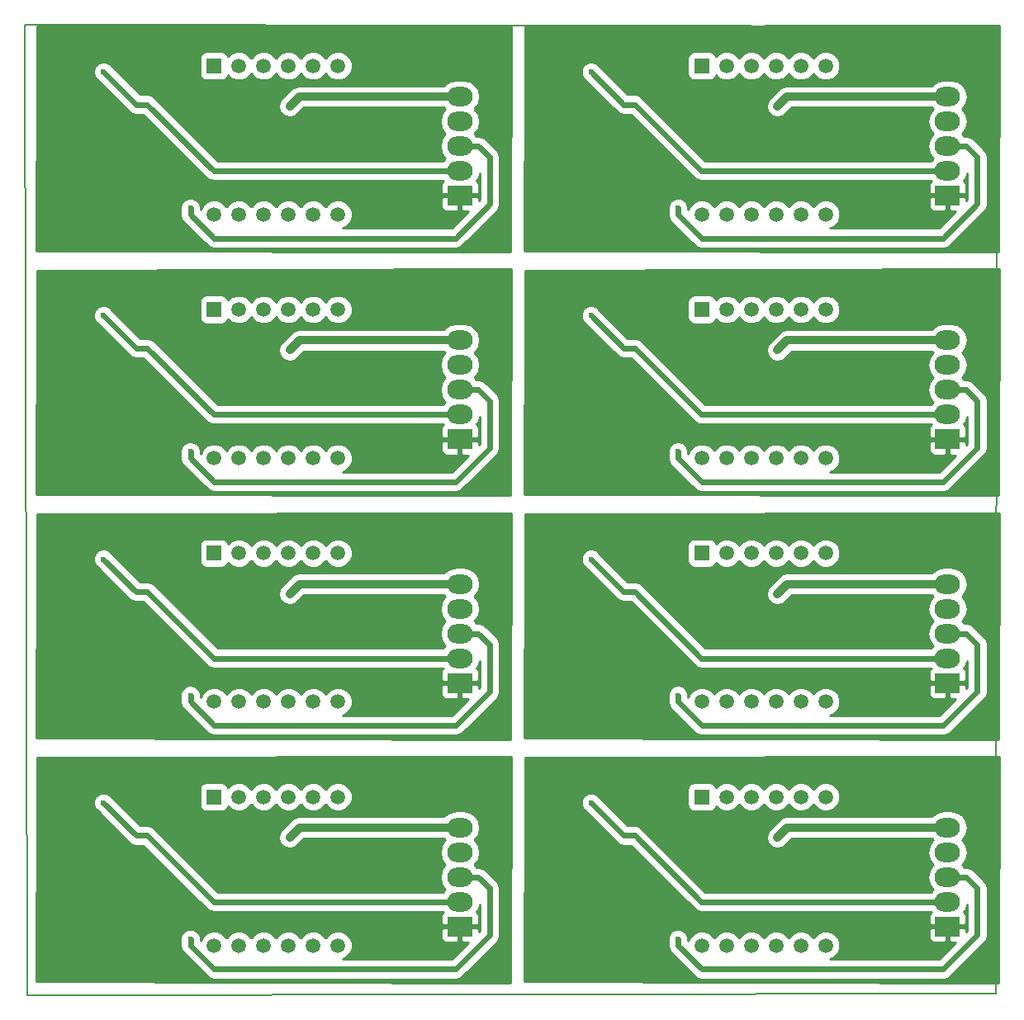
<source format=gbr>
G04 #@! TF.FileFunction,Copper,L2,Bot,Signal*
%FSLAX46Y46*%
G04 Gerber Fmt 4.6, Leading zero omitted, Abs format (unit mm)*
G04 Created by KiCad (PCBNEW 4.0.7-e2-6376~58~ubuntu16.04.1) date Fri Feb 16 09:21:29 2018*
%MOMM*%
%LPD*%
G01*
G04 APERTURE LIST*
%ADD10C,0.100000*%
%ADD11C,0.150000*%
%ADD12R,1.500000X1.500000*%
%ADD13C,1.500000*%
%ADD14R,2.600000X2.000000*%
%ADD15O,2.600000X2.000000*%
%ADD16C,0.600000*%
%ADD17C,0.609600*%
%ADD18C,0.812800*%
%ADD19C,0.254000*%
G04 APERTURE END LIST*
D10*
D11*
X26695400Y-132054600D02*
X26441400Y-32486600D01*
X125958600Y-131876800D02*
X26695400Y-132054600D01*
X126060200Y-32689800D02*
X125958600Y-131876800D01*
X26441400Y-32486600D02*
X126060200Y-32689800D01*
D12*
X95821600Y-111728400D03*
D13*
X98361600Y-111728400D03*
X100901600Y-111728400D03*
X103441600Y-111728400D03*
X105981600Y-111728400D03*
X108521600Y-111728400D03*
X108521600Y-126968400D03*
X105981600Y-126968400D03*
X103441600Y-126968400D03*
X100901600Y-126968400D03*
X98361600Y-126968400D03*
X95821600Y-126968400D03*
D12*
X45821600Y-111728400D03*
D13*
X48361600Y-111728400D03*
X50901600Y-111728400D03*
X53441600Y-111728400D03*
X55981600Y-111728400D03*
X58521600Y-111728400D03*
X58521600Y-126968400D03*
X55981600Y-126968400D03*
X53441600Y-126968400D03*
X50901600Y-126968400D03*
X48361600Y-126968400D03*
X45821600Y-126968400D03*
D12*
X95821600Y-86728400D03*
D13*
X98361600Y-86728400D03*
X100901600Y-86728400D03*
X103441600Y-86728400D03*
X105981600Y-86728400D03*
X108521600Y-86728400D03*
X108521600Y-101968400D03*
X105981600Y-101968400D03*
X103441600Y-101968400D03*
X100901600Y-101968400D03*
X98361600Y-101968400D03*
X95821600Y-101968400D03*
D12*
X45821600Y-86728400D03*
D13*
X48361600Y-86728400D03*
X50901600Y-86728400D03*
X53441600Y-86728400D03*
X55981600Y-86728400D03*
X58521600Y-86728400D03*
X58521600Y-101968400D03*
X55981600Y-101968400D03*
X53441600Y-101968400D03*
X50901600Y-101968400D03*
X48361600Y-101968400D03*
X45821600Y-101968400D03*
D12*
X95821600Y-61728400D03*
D13*
X98361600Y-61728400D03*
X100901600Y-61728400D03*
X103441600Y-61728400D03*
X105981600Y-61728400D03*
X108521600Y-61728400D03*
X108521600Y-76968400D03*
X105981600Y-76968400D03*
X103441600Y-76968400D03*
X100901600Y-76968400D03*
X98361600Y-76968400D03*
X95821600Y-76968400D03*
D12*
X45821600Y-61728400D03*
D13*
X48361600Y-61728400D03*
X50901600Y-61728400D03*
X53441600Y-61728400D03*
X55981600Y-61728400D03*
X58521600Y-61728400D03*
X58521600Y-76968400D03*
X55981600Y-76968400D03*
X53441600Y-76968400D03*
X50901600Y-76968400D03*
X48361600Y-76968400D03*
X45821600Y-76968400D03*
D12*
X95821600Y-36728400D03*
D13*
X98361600Y-36728400D03*
X100901600Y-36728400D03*
X103441600Y-36728400D03*
X105981600Y-36728400D03*
X108521600Y-36728400D03*
X108521600Y-51968400D03*
X105981600Y-51968400D03*
X103441600Y-51968400D03*
X100901600Y-51968400D03*
X98361600Y-51968400D03*
X95821600Y-51968400D03*
D14*
X121018400Y-125038000D03*
D15*
X121018400Y-122498000D03*
X121018400Y-119958000D03*
X121018400Y-117418000D03*
X121018400Y-114878000D03*
D14*
X71018400Y-125038000D03*
D15*
X71018400Y-122498000D03*
X71018400Y-119958000D03*
X71018400Y-117418000D03*
X71018400Y-114878000D03*
D14*
X121018400Y-100038000D03*
D15*
X121018400Y-97498000D03*
X121018400Y-94958000D03*
X121018400Y-92418000D03*
X121018400Y-89878000D03*
D14*
X71018400Y-100038000D03*
D15*
X71018400Y-97498000D03*
X71018400Y-94958000D03*
X71018400Y-92418000D03*
X71018400Y-89878000D03*
D14*
X121018400Y-75038000D03*
D15*
X121018400Y-72498000D03*
X121018400Y-69958000D03*
X121018400Y-67418000D03*
X121018400Y-64878000D03*
D14*
X71018400Y-75038000D03*
D15*
X71018400Y-72498000D03*
X71018400Y-69958000D03*
X71018400Y-67418000D03*
X71018400Y-64878000D03*
D14*
X121018400Y-50038000D03*
D15*
X121018400Y-47498000D03*
X121018400Y-44958000D03*
X121018400Y-42418000D03*
X121018400Y-39878000D03*
D12*
X45821600Y-36728400D03*
D13*
X48361600Y-36728400D03*
X50901600Y-36728400D03*
X53441600Y-36728400D03*
X55981600Y-36728400D03*
X58521600Y-36728400D03*
X58521600Y-51968400D03*
X55981600Y-51968400D03*
X53441600Y-51968400D03*
X50901600Y-51968400D03*
X48361600Y-51968400D03*
X45821600Y-51968400D03*
D14*
X71018400Y-50038000D03*
D15*
X71018400Y-47498000D03*
X71018400Y-44958000D03*
X71018400Y-42418000D03*
X71018400Y-39878000D03*
D16*
X84466800Y-112339000D03*
X34466800Y-112339000D03*
X84466800Y-87339000D03*
X34466800Y-87339000D03*
X84466800Y-62339000D03*
X34466800Y-62339000D03*
X84466800Y-37339000D03*
X34466800Y-37339000D03*
X93383200Y-126308000D03*
X43383200Y-126308000D03*
X93383200Y-101308000D03*
X43383200Y-101308000D03*
X93383200Y-76308000D03*
X43383200Y-76308000D03*
X93383200Y-51308000D03*
X43383200Y-51308000D03*
X79211000Y-122499000D03*
X29211000Y-122499000D03*
X79211000Y-97499000D03*
X29211000Y-97499000D03*
X79211000Y-72499000D03*
X29211000Y-72499000D03*
X79211000Y-47499000D03*
X79259800Y-116149000D03*
X29259800Y-116149000D03*
X79259800Y-91149000D03*
X29259800Y-91149000D03*
X79259800Y-66149000D03*
X29259800Y-66149000D03*
X79259800Y-41149000D03*
X29259800Y-41149000D03*
X29211000Y-47499000D03*
X103568600Y-115894000D03*
X53568600Y-115894000D03*
X103568600Y-90894000D03*
X53568600Y-90894000D03*
X103568600Y-65894000D03*
X53568600Y-65894000D03*
X103568600Y-40894000D03*
X53568600Y-40894000D03*
D17*
X88963600Y-115690800D02*
X95770800Y-122498000D01*
X38963600Y-115690800D02*
X45770800Y-122498000D01*
X88963600Y-90690800D02*
X95770800Y-97498000D01*
X38963600Y-90690800D02*
X45770800Y-97498000D01*
X88963600Y-65690800D02*
X95770800Y-72498000D01*
X38963600Y-65690800D02*
X45770800Y-72498000D01*
X88963600Y-40690800D02*
X95770800Y-47498000D01*
X87818600Y-115690800D02*
X88963600Y-115690800D01*
X37818600Y-115690800D02*
X38963600Y-115690800D01*
X87818600Y-90690800D02*
X88963600Y-90690800D01*
X37818600Y-90690800D02*
X38963600Y-90690800D01*
X87818600Y-65690800D02*
X88963600Y-65690800D01*
X37818600Y-65690800D02*
X38963600Y-65690800D01*
X87818600Y-40690800D02*
X88963600Y-40690800D01*
X84466800Y-112339000D02*
X87818600Y-115690800D01*
X34466800Y-112339000D02*
X37818600Y-115690800D01*
X84466800Y-87339000D02*
X87818600Y-90690800D01*
X34466800Y-87339000D02*
X37818600Y-90690800D01*
X84466800Y-62339000D02*
X87818600Y-65690800D01*
X34466800Y-62339000D02*
X37818600Y-65690800D01*
X84466800Y-37339000D02*
X87818600Y-40690800D01*
X95770800Y-122498000D02*
X121018400Y-122498000D01*
X45770800Y-122498000D02*
X71018400Y-122498000D01*
X95770800Y-97498000D02*
X121018400Y-97498000D01*
X45770800Y-97498000D02*
X71018400Y-97498000D01*
X95770800Y-72498000D02*
X121018400Y-72498000D01*
X45770800Y-72498000D02*
X71018400Y-72498000D01*
X95770800Y-47498000D02*
X121018400Y-47498000D01*
X45770800Y-47498000D02*
X71018400Y-47498000D01*
X38963600Y-40690800D02*
X45770800Y-47498000D01*
X37818600Y-40690800D02*
X38963600Y-40690800D01*
X34466800Y-37339000D02*
X37818600Y-40690800D01*
X93383200Y-126308000D02*
X93383200Y-126979106D01*
X43383200Y-126308000D02*
X43383200Y-126979106D01*
X93383200Y-101308000D02*
X93383200Y-101979106D01*
X43383200Y-101308000D02*
X43383200Y-101979106D01*
X93383200Y-76308000D02*
X93383200Y-76979106D01*
X43383200Y-76308000D02*
X43383200Y-76979106D01*
X93383200Y-51308000D02*
X93383200Y-51979106D01*
X122928000Y-119958000D02*
X121018400Y-119958000D01*
X72928000Y-119958000D02*
X71018400Y-119958000D01*
X122928000Y-94958000D02*
X121018400Y-94958000D01*
X72928000Y-94958000D02*
X71018400Y-94958000D01*
X122928000Y-69958000D02*
X121018400Y-69958000D01*
X72928000Y-69958000D02*
X71018400Y-69958000D01*
X122928000Y-44958000D02*
X121018400Y-44958000D01*
X124066400Y-125918642D02*
X124066400Y-121096400D01*
X74066400Y-125918642D02*
X74066400Y-121096400D01*
X124066400Y-100918642D02*
X124066400Y-96096400D01*
X74066400Y-100918642D02*
X74066400Y-96096400D01*
X124066400Y-75918642D02*
X124066400Y-71096400D01*
X74066400Y-75918642D02*
X74066400Y-71096400D01*
X124066400Y-50918642D02*
X124066400Y-46096400D01*
X124066400Y-121096400D02*
X122928000Y-119958000D01*
X74066400Y-121096400D02*
X72928000Y-119958000D01*
X124066400Y-96096400D02*
X122928000Y-94958000D01*
X74066400Y-96096400D02*
X72928000Y-94958000D01*
X124066400Y-71096400D02*
X122928000Y-69958000D01*
X74066400Y-71096400D02*
X72928000Y-69958000D01*
X124066400Y-46096400D02*
X122928000Y-44958000D01*
X120578242Y-129406800D02*
X124066400Y-125918642D01*
X70578242Y-129406800D02*
X74066400Y-125918642D01*
X120578242Y-104406800D02*
X124066400Y-100918642D01*
X70578242Y-104406800D02*
X74066400Y-100918642D01*
X120578242Y-79406800D02*
X124066400Y-75918642D01*
X70578242Y-79406800D02*
X74066400Y-75918642D01*
X120578242Y-54406800D02*
X124066400Y-50918642D01*
X95810894Y-129406800D02*
X120578242Y-129406800D01*
X45810894Y-129406800D02*
X70578242Y-129406800D01*
X95810894Y-104406800D02*
X120578242Y-104406800D01*
X45810894Y-104406800D02*
X70578242Y-104406800D01*
X95810894Y-79406800D02*
X120578242Y-79406800D01*
X45810894Y-79406800D02*
X70578242Y-79406800D01*
X95810894Y-54406800D02*
X120578242Y-54406800D01*
X93383200Y-126979106D02*
X95810894Y-129406800D01*
X43383200Y-126979106D02*
X45810894Y-129406800D01*
X93383200Y-101979106D02*
X95810894Y-104406800D01*
X43383200Y-101979106D02*
X45810894Y-104406800D01*
X93383200Y-76979106D02*
X95810894Y-79406800D01*
X43383200Y-76979106D02*
X45810894Y-79406800D01*
X93383200Y-51979106D02*
X95810894Y-54406800D01*
X72928000Y-44958000D02*
X71018400Y-44958000D01*
X74066400Y-50918642D02*
X74066400Y-46096400D01*
X74066400Y-46096400D02*
X72928000Y-44958000D01*
X70578242Y-54406800D02*
X74066400Y-50918642D01*
X43383200Y-51979106D02*
X45810894Y-54406800D01*
X45810894Y-54406800D02*
X70578242Y-54406800D01*
X43383200Y-51308000D02*
X43383200Y-51979106D01*
D18*
X104584600Y-114878000D02*
X103568600Y-115894000D01*
X54584600Y-114878000D02*
X53568600Y-115894000D01*
X104584600Y-89878000D02*
X103568600Y-90894000D01*
X54584600Y-89878000D02*
X53568600Y-90894000D01*
X104584600Y-64878000D02*
X103568600Y-65894000D01*
X54584600Y-64878000D02*
X53568600Y-65894000D01*
X104584600Y-39878000D02*
X103568600Y-40894000D01*
X121018400Y-114878000D02*
X104584600Y-114878000D01*
X71018400Y-114878000D02*
X54584600Y-114878000D01*
X121018400Y-89878000D02*
X104584600Y-89878000D01*
X71018400Y-89878000D02*
X54584600Y-89878000D01*
X121018400Y-64878000D02*
X104584600Y-64878000D01*
X71018400Y-64878000D02*
X54584600Y-64878000D01*
X121018400Y-39878000D02*
X104584600Y-39878000D01*
X71018400Y-39878000D02*
X54584600Y-39878000D01*
X54584600Y-39878000D02*
X53568600Y-40894000D01*
D19*
G36*
X76200404Y-55803473D02*
X27614444Y-55678121D01*
X27688466Y-37339000D01*
X33435000Y-37339000D01*
X33439779Y-37363024D01*
X33439622Y-37542387D01*
X33508720Y-37709618D01*
X33513541Y-37733853D01*
X33527149Y-37754219D01*
X33595644Y-37919989D01*
X33723477Y-38048045D01*
X33737207Y-38068593D01*
X37089007Y-41420393D01*
X37423747Y-41644059D01*
X37818600Y-41722600D01*
X38536214Y-41722600D01*
X45041205Y-48227590D01*
X45041207Y-48227593D01*
X45375947Y-48451259D01*
X45441458Y-48464290D01*
X45770800Y-48529801D01*
X45770805Y-48529800D01*
X69328574Y-48529800D01*
X69180073Y-48678302D01*
X69083400Y-48911691D01*
X69083400Y-49752250D01*
X69242150Y-49911000D01*
X70891400Y-49911000D01*
X70891400Y-49891000D01*
X71145400Y-49891000D01*
X71145400Y-49911000D01*
X72794650Y-49911000D01*
X72953400Y-49752250D01*
X72953400Y-48911691D01*
X72856727Y-48678302D01*
X72706783Y-48528357D01*
X72953651Y-48158894D01*
X73034600Y-47751936D01*
X73034600Y-50491256D01*
X72953400Y-50572456D01*
X72953400Y-50323750D01*
X72794650Y-50165000D01*
X71145400Y-50165000D01*
X71145400Y-51514250D01*
X71304150Y-51673000D01*
X71852856Y-51673000D01*
X70150856Y-53375000D01*
X58985105Y-53375000D01*
X59357160Y-53221270D01*
X59773009Y-52806146D01*
X59998343Y-52263482D01*
X59998856Y-51675895D01*
X59774470Y-51132840D01*
X59359346Y-50716991D01*
X58816682Y-50491657D01*
X58229095Y-50491144D01*
X57686040Y-50715530D01*
X57270191Y-51130654D01*
X57251834Y-51174863D01*
X57234470Y-51132840D01*
X56819346Y-50716991D01*
X56276682Y-50491657D01*
X55689095Y-50491144D01*
X55146040Y-50715530D01*
X54730191Y-51130654D01*
X54711834Y-51174863D01*
X54694470Y-51132840D01*
X54279346Y-50716991D01*
X53736682Y-50491657D01*
X53149095Y-50491144D01*
X52606040Y-50715530D01*
X52190191Y-51130654D01*
X52171834Y-51174863D01*
X52154470Y-51132840D01*
X51739346Y-50716991D01*
X51196682Y-50491657D01*
X50609095Y-50491144D01*
X50066040Y-50715530D01*
X49650191Y-51130654D01*
X49631834Y-51174863D01*
X49614470Y-51132840D01*
X49199346Y-50716991D01*
X48656682Y-50491657D01*
X48069095Y-50491144D01*
X47526040Y-50715530D01*
X47110191Y-51130654D01*
X47091834Y-51174863D01*
X47074470Y-51132840D01*
X46659346Y-50716991D01*
X46116682Y-50491657D01*
X45529095Y-50491144D01*
X44986040Y-50715530D01*
X44570191Y-51130654D01*
X44415000Y-51504395D01*
X44415000Y-51308000D01*
X44410221Y-51283976D01*
X44410378Y-51104613D01*
X44341280Y-50937382D01*
X44336459Y-50913147D01*
X44322851Y-50892781D01*
X44254356Y-50727011D01*
X44126523Y-50598955D01*
X44112793Y-50578407D01*
X44092424Y-50564797D01*
X43965708Y-50437860D01*
X43798602Y-50368471D01*
X43778053Y-50354741D01*
X43754026Y-50349962D01*
X43690901Y-50323750D01*
X69083400Y-50323750D01*
X69083400Y-51164309D01*
X69180073Y-51397698D01*
X69358701Y-51576327D01*
X69592090Y-51673000D01*
X70732650Y-51673000D01*
X70891400Y-51514250D01*
X70891400Y-50165000D01*
X69242150Y-50165000D01*
X69083400Y-50323750D01*
X43690901Y-50323750D01*
X43588379Y-50281179D01*
X43407436Y-50281021D01*
X43383200Y-50276200D01*
X43359176Y-50280979D01*
X43179813Y-50280822D01*
X43012582Y-50349920D01*
X42988347Y-50354741D01*
X42967981Y-50368349D01*
X42802211Y-50436844D01*
X42674155Y-50564677D01*
X42653607Y-50578407D01*
X42639997Y-50598776D01*
X42513060Y-50725492D01*
X42443671Y-50892598D01*
X42429941Y-50913147D01*
X42425162Y-50937174D01*
X42356379Y-51102821D01*
X42356221Y-51283764D01*
X42351400Y-51308000D01*
X42351400Y-51979106D01*
X42429941Y-52373959D01*
X42653607Y-52708699D01*
X45081301Y-55136393D01*
X45416041Y-55360059D01*
X45810894Y-55438600D01*
X70578242Y-55438600D01*
X70973095Y-55360059D01*
X71307835Y-55136393D01*
X74795993Y-51648235D01*
X75019659Y-51313495D01*
X75098200Y-50918642D01*
X75098200Y-46096405D01*
X75098201Y-46096400D01*
X75019659Y-45701548D01*
X75019659Y-45701547D01*
X74795993Y-45366807D01*
X73657593Y-44228407D01*
X73322853Y-44004741D01*
X72928000Y-43926200D01*
X72705819Y-43926200D01*
X72579284Y-43736827D01*
X72506209Y-43688000D01*
X72579284Y-43639173D01*
X72953651Y-43078894D01*
X73085111Y-42418000D01*
X72953651Y-41757106D01*
X72579284Y-41196827D01*
X72506209Y-41148000D01*
X72579284Y-41099173D01*
X72953651Y-40538894D01*
X73085111Y-39878000D01*
X72953651Y-39217106D01*
X72579284Y-38656827D01*
X72019005Y-38282460D01*
X71358111Y-38151000D01*
X70678689Y-38151000D01*
X70017795Y-38282460D01*
X69457516Y-38656827D01*
X69398868Y-38744600D01*
X54584600Y-38744600D01*
X54150866Y-38830875D01*
X53783165Y-39076565D01*
X52767165Y-40092565D01*
X52521475Y-40460266D01*
X52435200Y-40894000D01*
X52521475Y-41327734D01*
X52767165Y-41695435D01*
X53134866Y-41941125D01*
X53568600Y-42027400D01*
X54002334Y-41941125D01*
X54370035Y-41695435D01*
X55054070Y-41011400D01*
X69398868Y-41011400D01*
X69457516Y-41099173D01*
X69530591Y-41148000D01*
X69457516Y-41196827D01*
X69083149Y-41757106D01*
X68951689Y-42418000D01*
X69083149Y-43078894D01*
X69457516Y-43639173D01*
X69530591Y-43688000D01*
X69457516Y-43736827D01*
X69083149Y-44297106D01*
X68951689Y-44958000D01*
X69083149Y-45618894D01*
X69457516Y-46179173D01*
X69530591Y-46228000D01*
X69457516Y-46276827D01*
X69330981Y-46466200D01*
X46198185Y-46466200D01*
X39693193Y-39961207D01*
X39358453Y-39737541D01*
X38963600Y-39659000D01*
X38245986Y-39659000D01*
X35196393Y-36609407D01*
X35176024Y-36595797D01*
X35049308Y-36468860D01*
X34882202Y-36399471D01*
X34861653Y-36385741D01*
X34837626Y-36380962D01*
X34671979Y-36312179D01*
X34491036Y-36312021D01*
X34466800Y-36307200D01*
X34442776Y-36311979D01*
X34263413Y-36311822D01*
X34096182Y-36380920D01*
X34071947Y-36385741D01*
X34051581Y-36399349D01*
X33885811Y-36467844D01*
X33757755Y-36595677D01*
X33737207Y-36609407D01*
X33723597Y-36629776D01*
X33596660Y-36756492D01*
X33527271Y-36923598D01*
X33513541Y-36944147D01*
X33508762Y-36968174D01*
X33439979Y-37133821D01*
X33439821Y-37314764D01*
X33435000Y-37339000D01*
X27688466Y-37339000D01*
X27693957Y-35978400D01*
X44330358Y-35978400D01*
X44330358Y-37478400D01*
X44381051Y-37747810D01*
X44540272Y-37995246D01*
X44783215Y-38161243D01*
X45071600Y-38219642D01*
X46571600Y-38219642D01*
X46841010Y-38168949D01*
X47088446Y-38009728D01*
X47254443Y-37766785D01*
X47264015Y-37719516D01*
X47523854Y-37979809D01*
X48066518Y-38205143D01*
X48654105Y-38205656D01*
X49197160Y-37981270D01*
X49613009Y-37566146D01*
X49631366Y-37521937D01*
X49648730Y-37563960D01*
X50063854Y-37979809D01*
X50606518Y-38205143D01*
X51194105Y-38205656D01*
X51737160Y-37981270D01*
X52153009Y-37566146D01*
X52171366Y-37521937D01*
X52188730Y-37563960D01*
X52603854Y-37979809D01*
X53146518Y-38205143D01*
X53734105Y-38205656D01*
X54277160Y-37981270D01*
X54693009Y-37566146D01*
X54711366Y-37521937D01*
X54728730Y-37563960D01*
X55143854Y-37979809D01*
X55686518Y-38205143D01*
X56274105Y-38205656D01*
X56817160Y-37981270D01*
X57233009Y-37566146D01*
X57251366Y-37521937D01*
X57268730Y-37563960D01*
X57683854Y-37979809D01*
X58226518Y-38205143D01*
X58814105Y-38205656D01*
X59357160Y-37981270D01*
X59773009Y-37566146D01*
X59998343Y-37023482D01*
X59998856Y-36435895D01*
X59774470Y-35892840D01*
X59359346Y-35476991D01*
X58816682Y-35251657D01*
X58229095Y-35251144D01*
X57686040Y-35475530D01*
X57270191Y-35890654D01*
X57251834Y-35934863D01*
X57234470Y-35892840D01*
X56819346Y-35476991D01*
X56276682Y-35251657D01*
X55689095Y-35251144D01*
X55146040Y-35475530D01*
X54730191Y-35890654D01*
X54711834Y-35934863D01*
X54694470Y-35892840D01*
X54279346Y-35476991D01*
X53736682Y-35251657D01*
X53149095Y-35251144D01*
X52606040Y-35475530D01*
X52190191Y-35890654D01*
X52171834Y-35934863D01*
X52154470Y-35892840D01*
X51739346Y-35476991D01*
X51196682Y-35251657D01*
X50609095Y-35251144D01*
X50066040Y-35475530D01*
X49650191Y-35890654D01*
X49631834Y-35934863D01*
X49614470Y-35892840D01*
X49199346Y-35476991D01*
X48656682Y-35251657D01*
X48069095Y-35251144D01*
X47526040Y-35475530D01*
X47266897Y-35734222D01*
X47262149Y-35708990D01*
X47102928Y-35461554D01*
X46859985Y-35295557D01*
X46571600Y-35237158D01*
X45071600Y-35237158D01*
X44802190Y-35287851D01*
X44554754Y-35447072D01*
X44388757Y-35690015D01*
X44330358Y-35978400D01*
X27693957Y-35978400D01*
X27707141Y-32712345D01*
X76274149Y-32598498D01*
X76200404Y-55803473D01*
X76200404Y-55803473D01*
G37*
X76200404Y-55803473D02*
X27614444Y-55678121D01*
X27688466Y-37339000D01*
X33435000Y-37339000D01*
X33439779Y-37363024D01*
X33439622Y-37542387D01*
X33508720Y-37709618D01*
X33513541Y-37733853D01*
X33527149Y-37754219D01*
X33595644Y-37919989D01*
X33723477Y-38048045D01*
X33737207Y-38068593D01*
X37089007Y-41420393D01*
X37423747Y-41644059D01*
X37818600Y-41722600D01*
X38536214Y-41722600D01*
X45041205Y-48227590D01*
X45041207Y-48227593D01*
X45375947Y-48451259D01*
X45441458Y-48464290D01*
X45770800Y-48529801D01*
X45770805Y-48529800D01*
X69328574Y-48529800D01*
X69180073Y-48678302D01*
X69083400Y-48911691D01*
X69083400Y-49752250D01*
X69242150Y-49911000D01*
X70891400Y-49911000D01*
X70891400Y-49891000D01*
X71145400Y-49891000D01*
X71145400Y-49911000D01*
X72794650Y-49911000D01*
X72953400Y-49752250D01*
X72953400Y-48911691D01*
X72856727Y-48678302D01*
X72706783Y-48528357D01*
X72953651Y-48158894D01*
X73034600Y-47751936D01*
X73034600Y-50491256D01*
X72953400Y-50572456D01*
X72953400Y-50323750D01*
X72794650Y-50165000D01*
X71145400Y-50165000D01*
X71145400Y-51514250D01*
X71304150Y-51673000D01*
X71852856Y-51673000D01*
X70150856Y-53375000D01*
X58985105Y-53375000D01*
X59357160Y-53221270D01*
X59773009Y-52806146D01*
X59998343Y-52263482D01*
X59998856Y-51675895D01*
X59774470Y-51132840D01*
X59359346Y-50716991D01*
X58816682Y-50491657D01*
X58229095Y-50491144D01*
X57686040Y-50715530D01*
X57270191Y-51130654D01*
X57251834Y-51174863D01*
X57234470Y-51132840D01*
X56819346Y-50716991D01*
X56276682Y-50491657D01*
X55689095Y-50491144D01*
X55146040Y-50715530D01*
X54730191Y-51130654D01*
X54711834Y-51174863D01*
X54694470Y-51132840D01*
X54279346Y-50716991D01*
X53736682Y-50491657D01*
X53149095Y-50491144D01*
X52606040Y-50715530D01*
X52190191Y-51130654D01*
X52171834Y-51174863D01*
X52154470Y-51132840D01*
X51739346Y-50716991D01*
X51196682Y-50491657D01*
X50609095Y-50491144D01*
X50066040Y-50715530D01*
X49650191Y-51130654D01*
X49631834Y-51174863D01*
X49614470Y-51132840D01*
X49199346Y-50716991D01*
X48656682Y-50491657D01*
X48069095Y-50491144D01*
X47526040Y-50715530D01*
X47110191Y-51130654D01*
X47091834Y-51174863D01*
X47074470Y-51132840D01*
X46659346Y-50716991D01*
X46116682Y-50491657D01*
X45529095Y-50491144D01*
X44986040Y-50715530D01*
X44570191Y-51130654D01*
X44415000Y-51504395D01*
X44415000Y-51308000D01*
X44410221Y-51283976D01*
X44410378Y-51104613D01*
X44341280Y-50937382D01*
X44336459Y-50913147D01*
X44322851Y-50892781D01*
X44254356Y-50727011D01*
X44126523Y-50598955D01*
X44112793Y-50578407D01*
X44092424Y-50564797D01*
X43965708Y-50437860D01*
X43798602Y-50368471D01*
X43778053Y-50354741D01*
X43754026Y-50349962D01*
X43690901Y-50323750D01*
X69083400Y-50323750D01*
X69083400Y-51164309D01*
X69180073Y-51397698D01*
X69358701Y-51576327D01*
X69592090Y-51673000D01*
X70732650Y-51673000D01*
X70891400Y-51514250D01*
X70891400Y-50165000D01*
X69242150Y-50165000D01*
X69083400Y-50323750D01*
X43690901Y-50323750D01*
X43588379Y-50281179D01*
X43407436Y-50281021D01*
X43383200Y-50276200D01*
X43359176Y-50280979D01*
X43179813Y-50280822D01*
X43012582Y-50349920D01*
X42988347Y-50354741D01*
X42967981Y-50368349D01*
X42802211Y-50436844D01*
X42674155Y-50564677D01*
X42653607Y-50578407D01*
X42639997Y-50598776D01*
X42513060Y-50725492D01*
X42443671Y-50892598D01*
X42429941Y-50913147D01*
X42425162Y-50937174D01*
X42356379Y-51102821D01*
X42356221Y-51283764D01*
X42351400Y-51308000D01*
X42351400Y-51979106D01*
X42429941Y-52373959D01*
X42653607Y-52708699D01*
X45081301Y-55136393D01*
X45416041Y-55360059D01*
X45810894Y-55438600D01*
X70578242Y-55438600D01*
X70973095Y-55360059D01*
X71307835Y-55136393D01*
X74795993Y-51648235D01*
X75019659Y-51313495D01*
X75098200Y-50918642D01*
X75098200Y-46096405D01*
X75098201Y-46096400D01*
X75019659Y-45701548D01*
X75019659Y-45701547D01*
X74795993Y-45366807D01*
X73657593Y-44228407D01*
X73322853Y-44004741D01*
X72928000Y-43926200D01*
X72705819Y-43926200D01*
X72579284Y-43736827D01*
X72506209Y-43688000D01*
X72579284Y-43639173D01*
X72953651Y-43078894D01*
X73085111Y-42418000D01*
X72953651Y-41757106D01*
X72579284Y-41196827D01*
X72506209Y-41148000D01*
X72579284Y-41099173D01*
X72953651Y-40538894D01*
X73085111Y-39878000D01*
X72953651Y-39217106D01*
X72579284Y-38656827D01*
X72019005Y-38282460D01*
X71358111Y-38151000D01*
X70678689Y-38151000D01*
X70017795Y-38282460D01*
X69457516Y-38656827D01*
X69398868Y-38744600D01*
X54584600Y-38744600D01*
X54150866Y-38830875D01*
X53783165Y-39076565D01*
X52767165Y-40092565D01*
X52521475Y-40460266D01*
X52435200Y-40894000D01*
X52521475Y-41327734D01*
X52767165Y-41695435D01*
X53134866Y-41941125D01*
X53568600Y-42027400D01*
X54002334Y-41941125D01*
X54370035Y-41695435D01*
X55054070Y-41011400D01*
X69398868Y-41011400D01*
X69457516Y-41099173D01*
X69530591Y-41148000D01*
X69457516Y-41196827D01*
X69083149Y-41757106D01*
X68951689Y-42418000D01*
X69083149Y-43078894D01*
X69457516Y-43639173D01*
X69530591Y-43688000D01*
X69457516Y-43736827D01*
X69083149Y-44297106D01*
X68951689Y-44958000D01*
X69083149Y-45618894D01*
X69457516Y-46179173D01*
X69530591Y-46228000D01*
X69457516Y-46276827D01*
X69330981Y-46466200D01*
X46198185Y-46466200D01*
X39693193Y-39961207D01*
X39358453Y-39737541D01*
X38963600Y-39659000D01*
X38245986Y-39659000D01*
X35196393Y-36609407D01*
X35176024Y-36595797D01*
X35049308Y-36468860D01*
X34882202Y-36399471D01*
X34861653Y-36385741D01*
X34837626Y-36380962D01*
X34671979Y-36312179D01*
X34491036Y-36312021D01*
X34466800Y-36307200D01*
X34442776Y-36311979D01*
X34263413Y-36311822D01*
X34096182Y-36380920D01*
X34071947Y-36385741D01*
X34051581Y-36399349D01*
X33885811Y-36467844D01*
X33757755Y-36595677D01*
X33737207Y-36609407D01*
X33723597Y-36629776D01*
X33596660Y-36756492D01*
X33527271Y-36923598D01*
X33513541Y-36944147D01*
X33508762Y-36968174D01*
X33439979Y-37133821D01*
X33439821Y-37314764D01*
X33435000Y-37339000D01*
X27688466Y-37339000D01*
X27693957Y-35978400D01*
X44330358Y-35978400D01*
X44330358Y-37478400D01*
X44381051Y-37747810D01*
X44540272Y-37995246D01*
X44783215Y-38161243D01*
X45071600Y-38219642D01*
X46571600Y-38219642D01*
X46841010Y-38168949D01*
X47088446Y-38009728D01*
X47254443Y-37766785D01*
X47264015Y-37719516D01*
X47523854Y-37979809D01*
X48066518Y-38205143D01*
X48654105Y-38205656D01*
X49197160Y-37981270D01*
X49613009Y-37566146D01*
X49631366Y-37521937D01*
X49648730Y-37563960D01*
X50063854Y-37979809D01*
X50606518Y-38205143D01*
X51194105Y-38205656D01*
X51737160Y-37981270D01*
X52153009Y-37566146D01*
X52171366Y-37521937D01*
X52188730Y-37563960D01*
X52603854Y-37979809D01*
X53146518Y-38205143D01*
X53734105Y-38205656D01*
X54277160Y-37981270D01*
X54693009Y-37566146D01*
X54711366Y-37521937D01*
X54728730Y-37563960D01*
X55143854Y-37979809D01*
X55686518Y-38205143D01*
X56274105Y-38205656D01*
X56817160Y-37981270D01*
X57233009Y-37566146D01*
X57251366Y-37521937D01*
X57268730Y-37563960D01*
X57683854Y-37979809D01*
X58226518Y-38205143D01*
X58814105Y-38205656D01*
X59357160Y-37981270D01*
X59773009Y-37566146D01*
X59998343Y-37023482D01*
X59998856Y-36435895D01*
X59774470Y-35892840D01*
X59359346Y-35476991D01*
X58816682Y-35251657D01*
X58229095Y-35251144D01*
X57686040Y-35475530D01*
X57270191Y-35890654D01*
X57251834Y-35934863D01*
X57234470Y-35892840D01*
X56819346Y-35476991D01*
X56276682Y-35251657D01*
X55689095Y-35251144D01*
X55146040Y-35475530D01*
X54730191Y-35890654D01*
X54711834Y-35934863D01*
X54694470Y-35892840D01*
X54279346Y-35476991D01*
X53736682Y-35251657D01*
X53149095Y-35251144D01*
X52606040Y-35475530D01*
X52190191Y-35890654D01*
X52171834Y-35934863D01*
X52154470Y-35892840D01*
X51739346Y-35476991D01*
X51196682Y-35251657D01*
X50609095Y-35251144D01*
X50066040Y-35475530D01*
X49650191Y-35890654D01*
X49631834Y-35934863D01*
X49614470Y-35892840D01*
X49199346Y-35476991D01*
X48656682Y-35251657D01*
X48069095Y-35251144D01*
X47526040Y-35475530D01*
X47266897Y-35734222D01*
X47262149Y-35708990D01*
X47102928Y-35461554D01*
X46859985Y-35295557D01*
X46571600Y-35237158D01*
X45071600Y-35237158D01*
X44802190Y-35287851D01*
X44554754Y-35447072D01*
X44388757Y-35690015D01*
X44330358Y-35978400D01*
X27693957Y-35978400D01*
X27707141Y-32712345D01*
X76274149Y-32598498D01*
X76200404Y-55803473D01*
G36*
X126200404Y-55803473D02*
X77614444Y-55678121D01*
X77688466Y-37339000D01*
X83435000Y-37339000D01*
X83439779Y-37363024D01*
X83439622Y-37542387D01*
X83508720Y-37709618D01*
X83513541Y-37733853D01*
X83527149Y-37754219D01*
X83595644Y-37919989D01*
X83723477Y-38048045D01*
X83737207Y-38068593D01*
X87089007Y-41420393D01*
X87423747Y-41644059D01*
X87818600Y-41722600D01*
X88536214Y-41722600D01*
X95041205Y-48227590D01*
X95041207Y-48227593D01*
X95375947Y-48451259D01*
X95441458Y-48464290D01*
X95770800Y-48529801D01*
X95770805Y-48529800D01*
X119328574Y-48529800D01*
X119180073Y-48678302D01*
X119083400Y-48911691D01*
X119083400Y-49752250D01*
X119242150Y-49911000D01*
X120891400Y-49911000D01*
X120891400Y-49891000D01*
X121145400Y-49891000D01*
X121145400Y-49911000D01*
X122794650Y-49911000D01*
X122953400Y-49752250D01*
X122953400Y-48911691D01*
X122856727Y-48678302D01*
X122706783Y-48528357D01*
X122953651Y-48158894D01*
X123034600Y-47751936D01*
X123034600Y-50491256D01*
X122953400Y-50572456D01*
X122953400Y-50323750D01*
X122794650Y-50165000D01*
X121145400Y-50165000D01*
X121145400Y-51514250D01*
X121304150Y-51673000D01*
X121852856Y-51673000D01*
X120150856Y-53375000D01*
X108985105Y-53375000D01*
X109357160Y-53221270D01*
X109773009Y-52806146D01*
X109998343Y-52263482D01*
X109998856Y-51675895D01*
X109774470Y-51132840D01*
X109359346Y-50716991D01*
X108816682Y-50491657D01*
X108229095Y-50491144D01*
X107686040Y-50715530D01*
X107270191Y-51130654D01*
X107251834Y-51174863D01*
X107234470Y-51132840D01*
X106819346Y-50716991D01*
X106276682Y-50491657D01*
X105689095Y-50491144D01*
X105146040Y-50715530D01*
X104730191Y-51130654D01*
X104711834Y-51174863D01*
X104694470Y-51132840D01*
X104279346Y-50716991D01*
X103736682Y-50491657D01*
X103149095Y-50491144D01*
X102606040Y-50715530D01*
X102190191Y-51130654D01*
X102171834Y-51174863D01*
X102154470Y-51132840D01*
X101739346Y-50716991D01*
X101196682Y-50491657D01*
X100609095Y-50491144D01*
X100066040Y-50715530D01*
X99650191Y-51130654D01*
X99631834Y-51174863D01*
X99614470Y-51132840D01*
X99199346Y-50716991D01*
X98656682Y-50491657D01*
X98069095Y-50491144D01*
X97526040Y-50715530D01*
X97110191Y-51130654D01*
X97091834Y-51174863D01*
X97074470Y-51132840D01*
X96659346Y-50716991D01*
X96116682Y-50491657D01*
X95529095Y-50491144D01*
X94986040Y-50715530D01*
X94570191Y-51130654D01*
X94415000Y-51504395D01*
X94415000Y-51308000D01*
X94410221Y-51283976D01*
X94410378Y-51104613D01*
X94341280Y-50937382D01*
X94336459Y-50913147D01*
X94322851Y-50892781D01*
X94254356Y-50727011D01*
X94126523Y-50598955D01*
X94112793Y-50578407D01*
X94092424Y-50564797D01*
X93965708Y-50437860D01*
X93798602Y-50368471D01*
X93778053Y-50354741D01*
X93754026Y-50349962D01*
X93690901Y-50323750D01*
X119083400Y-50323750D01*
X119083400Y-51164309D01*
X119180073Y-51397698D01*
X119358701Y-51576327D01*
X119592090Y-51673000D01*
X120732650Y-51673000D01*
X120891400Y-51514250D01*
X120891400Y-50165000D01*
X119242150Y-50165000D01*
X119083400Y-50323750D01*
X93690901Y-50323750D01*
X93588379Y-50281179D01*
X93407436Y-50281021D01*
X93383200Y-50276200D01*
X93359176Y-50280979D01*
X93179813Y-50280822D01*
X93012582Y-50349920D01*
X92988347Y-50354741D01*
X92967981Y-50368349D01*
X92802211Y-50436844D01*
X92674155Y-50564677D01*
X92653607Y-50578407D01*
X92639997Y-50598776D01*
X92513060Y-50725492D01*
X92443671Y-50892598D01*
X92429941Y-50913147D01*
X92425162Y-50937174D01*
X92356379Y-51102821D01*
X92356221Y-51283764D01*
X92351400Y-51308000D01*
X92351400Y-51979106D01*
X92429941Y-52373959D01*
X92653607Y-52708699D01*
X95081301Y-55136393D01*
X95416041Y-55360059D01*
X95810894Y-55438600D01*
X120578242Y-55438600D01*
X120973095Y-55360059D01*
X121307835Y-55136393D01*
X124795993Y-51648235D01*
X125019659Y-51313495D01*
X125098200Y-50918642D01*
X125098200Y-46096405D01*
X125098201Y-46096400D01*
X125019659Y-45701548D01*
X125019659Y-45701547D01*
X124795993Y-45366807D01*
X123657593Y-44228407D01*
X123322853Y-44004741D01*
X122928000Y-43926200D01*
X122705819Y-43926200D01*
X122579284Y-43736827D01*
X122506209Y-43688000D01*
X122579284Y-43639173D01*
X122953651Y-43078894D01*
X123085111Y-42418000D01*
X122953651Y-41757106D01*
X122579284Y-41196827D01*
X122506209Y-41148000D01*
X122579284Y-41099173D01*
X122953651Y-40538894D01*
X123085111Y-39878000D01*
X122953651Y-39217106D01*
X122579284Y-38656827D01*
X122019005Y-38282460D01*
X121358111Y-38151000D01*
X120678689Y-38151000D01*
X120017795Y-38282460D01*
X119457516Y-38656827D01*
X119398868Y-38744600D01*
X104584600Y-38744600D01*
X104150866Y-38830875D01*
X103783165Y-39076565D01*
X102767165Y-40092565D01*
X102521475Y-40460266D01*
X102435200Y-40894000D01*
X102521475Y-41327734D01*
X102767165Y-41695435D01*
X103134866Y-41941125D01*
X103568600Y-42027400D01*
X104002334Y-41941125D01*
X104370035Y-41695435D01*
X105054070Y-41011400D01*
X119398868Y-41011400D01*
X119457516Y-41099173D01*
X119530591Y-41148000D01*
X119457516Y-41196827D01*
X119083149Y-41757106D01*
X118951689Y-42418000D01*
X119083149Y-43078894D01*
X119457516Y-43639173D01*
X119530591Y-43688000D01*
X119457516Y-43736827D01*
X119083149Y-44297106D01*
X118951689Y-44958000D01*
X119083149Y-45618894D01*
X119457516Y-46179173D01*
X119530591Y-46228000D01*
X119457516Y-46276827D01*
X119330981Y-46466200D01*
X96198185Y-46466200D01*
X89693193Y-39961207D01*
X89358453Y-39737541D01*
X88963600Y-39659000D01*
X88245986Y-39659000D01*
X85196393Y-36609407D01*
X85176024Y-36595797D01*
X85049308Y-36468860D01*
X84882202Y-36399471D01*
X84861653Y-36385741D01*
X84837626Y-36380962D01*
X84671979Y-36312179D01*
X84491036Y-36312021D01*
X84466800Y-36307200D01*
X84442776Y-36311979D01*
X84263413Y-36311822D01*
X84096182Y-36380920D01*
X84071947Y-36385741D01*
X84051581Y-36399349D01*
X83885811Y-36467844D01*
X83757755Y-36595677D01*
X83737207Y-36609407D01*
X83723597Y-36629776D01*
X83596660Y-36756492D01*
X83527271Y-36923598D01*
X83513541Y-36944147D01*
X83508762Y-36968174D01*
X83439979Y-37133821D01*
X83439821Y-37314764D01*
X83435000Y-37339000D01*
X77688466Y-37339000D01*
X77693957Y-35978400D01*
X94330358Y-35978400D01*
X94330358Y-37478400D01*
X94381051Y-37747810D01*
X94540272Y-37995246D01*
X94783215Y-38161243D01*
X95071600Y-38219642D01*
X96571600Y-38219642D01*
X96841010Y-38168949D01*
X97088446Y-38009728D01*
X97254443Y-37766785D01*
X97264015Y-37719516D01*
X97523854Y-37979809D01*
X98066518Y-38205143D01*
X98654105Y-38205656D01*
X99197160Y-37981270D01*
X99613009Y-37566146D01*
X99631366Y-37521937D01*
X99648730Y-37563960D01*
X100063854Y-37979809D01*
X100606518Y-38205143D01*
X101194105Y-38205656D01*
X101737160Y-37981270D01*
X102153009Y-37566146D01*
X102171366Y-37521937D01*
X102188730Y-37563960D01*
X102603854Y-37979809D01*
X103146518Y-38205143D01*
X103734105Y-38205656D01*
X104277160Y-37981270D01*
X104693009Y-37566146D01*
X104711366Y-37521937D01*
X104728730Y-37563960D01*
X105143854Y-37979809D01*
X105686518Y-38205143D01*
X106274105Y-38205656D01*
X106817160Y-37981270D01*
X107233009Y-37566146D01*
X107251366Y-37521937D01*
X107268730Y-37563960D01*
X107683854Y-37979809D01*
X108226518Y-38205143D01*
X108814105Y-38205656D01*
X109357160Y-37981270D01*
X109773009Y-37566146D01*
X109998343Y-37023482D01*
X109998856Y-36435895D01*
X109774470Y-35892840D01*
X109359346Y-35476991D01*
X108816682Y-35251657D01*
X108229095Y-35251144D01*
X107686040Y-35475530D01*
X107270191Y-35890654D01*
X107251834Y-35934863D01*
X107234470Y-35892840D01*
X106819346Y-35476991D01*
X106276682Y-35251657D01*
X105689095Y-35251144D01*
X105146040Y-35475530D01*
X104730191Y-35890654D01*
X104711834Y-35934863D01*
X104694470Y-35892840D01*
X104279346Y-35476991D01*
X103736682Y-35251657D01*
X103149095Y-35251144D01*
X102606040Y-35475530D01*
X102190191Y-35890654D01*
X102171834Y-35934863D01*
X102154470Y-35892840D01*
X101739346Y-35476991D01*
X101196682Y-35251657D01*
X100609095Y-35251144D01*
X100066040Y-35475530D01*
X99650191Y-35890654D01*
X99631834Y-35934863D01*
X99614470Y-35892840D01*
X99199346Y-35476991D01*
X98656682Y-35251657D01*
X98069095Y-35251144D01*
X97526040Y-35475530D01*
X97266897Y-35734222D01*
X97262149Y-35708990D01*
X97102928Y-35461554D01*
X96859985Y-35295557D01*
X96571600Y-35237158D01*
X95071600Y-35237158D01*
X94802190Y-35287851D01*
X94554754Y-35447072D01*
X94388757Y-35690015D01*
X94330358Y-35978400D01*
X77693957Y-35978400D01*
X77707141Y-32712345D01*
X126274149Y-32598498D01*
X126200404Y-55803473D01*
X126200404Y-55803473D01*
G37*
X126200404Y-55803473D02*
X77614444Y-55678121D01*
X77688466Y-37339000D01*
X83435000Y-37339000D01*
X83439779Y-37363024D01*
X83439622Y-37542387D01*
X83508720Y-37709618D01*
X83513541Y-37733853D01*
X83527149Y-37754219D01*
X83595644Y-37919989D01*
X83723477Y-38048045D01*
X83737207Y-38068593D01*
X87089007Y-41420393D01*
X87423747Y-41644059D01*
X87818600Y-41722600D01*
X88536214Y-41722600D01*
X95041205Y-48227590D01*
X95041207Y-48227593D01*
X95375947Y-48451259D01*
X95441458Y-48464290D01*
X95770800Y-48529801D01*
X95770805Y-48529800D01*
X119328574Y-48529800D01*
X119180073Y-48678302D01*
X119083400Y-48911691D01*
X119083400Y-49752250D01*
X119242150Y-49911000D01*
X120891400Y-49911000D01*
X120891400Y-49891000D01*
X121145400Y-49891000D01*
X121145400Y-49911000D01*
X122794650Y-49911000D01*
X122953400Y-49752250D01*
X122953400Y-48911691D01*
X122856727Y-48678302D01*
X122706783Y-48528357D01*
X122953651Y-48158894D01*
X123034600Y-47751936D01*
X123034600Y-50491256D01*
X122953400Y-50572456D01*
X122953400Y-50323750D01*
X122794650Y-50165000D01*
X121145400Y-50165000D01*
X121145400Y-51514250D01*
X121304150Y-51673000D01*
X121852856Y-51673000D01*
X120150856Y-53375000D01*
X108985105Y-53375000D01*
X109357160Y-53221270D01*
X109773009Y-52806146D01*
X109998343Y-52263482D01*
X109998856Y-51675895D01*
X109774470Y-51132840D01*
X109359346Y-50716991D01*
X108816682Y-50491657D01*
X108229095Y-50491144D01*
X107686040Y-50715530D01*
X107270191Y-51130654D01*
X107251834Y-51174863D01*
X107234470Y-51132840D01*
X106819346Y-50716991D01*
X106276682Y-50491657D01*
X105689095Y-50491144D01*
X105146040Y-50715530D01*
X104730191Y-51130654D01*
X104711834Y-51174863D01*
X104694470Y-51132840D01*
X104279346Y-50716991D01*
X103736682Y-50491657D01*
X103149095Y-50491144D01*
X102606040Y-50715530D01*
X102190191Y-51130654D01*
X102171834Y-51174863D01*
X102154470Y-51132840D01*
X101739346Y-50716991D01*
X101196682Y-50491657D01*
X100609095Y-50491144D01*
X100066040Y-50715530D01*
X99650191Y-51130654D01*
X99631834Y-51174863D01*
X99614470Y-51132840D01*
X99199346Y-50716991D01*
X98656682Y-50491657D01*
X98069095Y-50491144D01*
X97526040Y-50715530D01*
X97110191Y-51130654D01*
X97091834Y-51174863D01*
X97074470Y-51132840D01*
X96659346Y-50716991D01*
X96116682Y-50491657D01*
X95529095Y-50491144D01*
X94986040Y-50715530D01*
X94570191Y-51130654D01*
X94415000Y-51504395D01*
X94415000Y-51308000D01*
X94410221Y-51283976D01*
X94410378Y-51104613D01*
X94341280Y-50937382D01*
X94336459Y-50913147D01*
X94322851Y-50892781D01*
X94254356Y-50727011D01*
X94126523Y-50598955D01*
X94112793Y-50578407D01*
X94092424Y-50564797D01*
X93965708Y-50437860D01*
X93798602Y-50368471D01*
X93778053Y-50354741D01*
X93754026Y-50349962D01*
X93690901Y-50323750D01*
X119083400Y-50323750D01*
X119083400Y-51164309D01*
X119180073Y-51397698D01*
X119358701Y-51576327D01*
X119592090Y-51673000D01*
X120732650Y-51673000D01*
X120891400Y-51514250D01*
X120891400Y-50165000D01*
X119242150Y-50165000D01*
X119083400Y-50323750D01*
X93690901Y-50323750D01*
X93588379Y-50281179D01*
X93407436Y-50281021D01*
X93383200Y-50276200D01*
X93359176Y-50280979D01*
X93179813Y-50280822D01*
X93012582Y-50349920D01*
X92988347Y-50354741D01*
X92967981Y-50368349D01*
X92802211Y-50436844D01*
X92674155Y-50564677D01*
X92653607Y-50578407D01*
X92639997Y-50598776D01*
X92513060Y-50725492D01*
X92443671Y-50892598D01*
X92429941Y-50913147D01*
X92425162Y-50937174D01*
X92356379Y-51102821D01*
X92356221Y-51283764D01*
X92351400Y-51308000D01*
X92351400Y-51979106D01*
X92429941Y-52373959D01*
X92653607Y-52708699D01*
X95081301Y-55136393D01*
X95416041Y-55360059D01*
X95810894Y-55438600D01*
X120578242Y-55438600D01*
X120973095Y-55360059D01*
X121307835Y-55136393D01*
X124795993Y-51648235D01*
X125019659Y-51313495D01*
X125098200Y-50918642D01*
X125098200Y-46096405D01*
X125098201Y-46096400D01*
X125019659Y-45701548D01*
X125019659Y-45701547D01*
X124795993Y-45366807D01*
X123657593Y-44228407D01*
X123322853Y-44004741D01*
X122928000Y-43926200D01*
X122705819Y-43926200D01*
X122579284Y-43736827D01*
X122506209Y-43688000D01*
X122579284Y-43639173D01*
X122953651Y-43078894D01*
X123085111Y-42418000D01*
X122953651Y-41757106D01*
X122579284Y-41196827D01*
X122506209Y-41148000D01*
X122579284Y-41099173D01*
X122953651Y-40538894D01*
X123085111Y-39878000D01*
X122953651Y-39217106D01*
X122579284Y-38656827D01*
X122019005Y-38282460D01*
X121358111Y-38151000D01*
X120678689Y-38151000D01*
X120017795Y-38282460D01*
X119457516Y-38656827D01*
X119398868Y-38744600D01*
X104584600Y-38744600D01*
X104150866Y-38830875D01*
X103783165Y-39076565D01*
X102767165Y-40092565D01*
X102521475Y-40460266D01*
X102435200Y-40894000D01*
X102521475Y-41327734D01*
X102767165Y-41695435D01*
X103134866Y-41941125D01*
X103568600Y-42027400D01*
X104002334Y-41941125D01*
X104370035Y-41695435D01*
X105054070Y-41011400D01*
X119398868Y-41011400D01*
X119457516Y-41099173D01*
X119530591Y-41148000D01*
X119457516Y-41196827D01*
X119083149Y-41757106D01*
X118951689Y-42418000D01*
X119083149Y-43078894D01*
X119457516Y-43639173D01*
X119530591Y-43688000D01*
X119457516Y-43736827D01*
X119083149Y-44297106D01*
X118951689Y-44958000D01*
X119083149Y-45618894D01*
X119457516Y-46179173D01*
X119530591Y-46228000D01*
X119457516Y-46276827D01*
X119330981Y-46466200D01*
X96198185Y-46466200D01*
X89693193Y-39961207D01*
X89358453Y-39737541D01*
X88963600Y-39659000D01*
X88245986Y-39659000D01*
X85196393Y-36609407D01*
X85176024Y-36595797D01*
X85049308Y-36468860D01*
X84882202Y-36399471D01*
X84861653Y-36385741D01*
X84837626Y-36380962D01*
X84671979Y-36312179D01*
X84491036Y-36312021D01*
X84466800Y-36307200D01*
X84442776Y-36311979D01*
X84263413Y-36311822D01*
X84096182Y-36380920D01*
X84071947Y-36385741D01*
X84051581Y-36399349D01*
X83885811Y-36467844D01*
X83757755Y-36595677D01*
X83737207Y-36609407D01*
X83723597Y-36629776D01*
X83596660Y-36756492D01*
X83527271Y-36923598D01*
X83513541Y-36944147D01*
X83508762Y-36968174D01*
X83439979Y-37133821D01*
X83439821Y-37314764D01*
X83435000Y-37339000D01*
X77688466Y-37339000D01*
X77693957Y-35978400D01*
X94330358Y-35978400D01*
X94330358Y-37478400D01*
X94381051Y-37747810D01*
X94540272Y-37995246D01*
X94783215Y-38161243D01*
X95071600Y-38219642D01*
X96571600Y-38219642D01*
X96841010Y-38168949D01*
X97088446Y-38009728D01*
X97254443Y-37766785D01*
X97264015Y-37719516D01*
X97523854Y-37979809D01*
X98066518Y-38205143D01*
X98654105Y-38205656D01*
X99197160Y-37981270D01*
X99613009Y-37566146D01*
X99631366Y-37521937D01*
X99648730Y-37563960D01*
X100063854Y-37979809D01*
X100606518Y-38205143D01*
X101194105Y-38205656D01*
X101737160Y-37981270D01*
X102153009Y-37566146D01*
X102171366Y-37521937D01*
X102188730Y-37563960D01*
X102603854Y-37979809D01*
X103146518Y-38205143D01*
X103734105Y-38205656D01*
X104277160Y-37981270D01*
X104693009Y-37566146D01*
X104711366Y-37521937D01*
X104728730Y-37563960D01*
X105143854Y-37979809D01*
X105686518Y-38205143D01*
X106274105Y-38205656D01*
X106817160Y-37981270D01*
X107233009Y-37566146D01*
X107251366Y-37521937D01*
X107268730Y-37563960D01*
X107683854Y-37979809D01*
X108226518Y-38205143D01*
X108814105Y-38205656D01*
X109357160Y-37981270D01*
X109773009Y-37566146D01*
X109998343Y-37023482D01*
X109998856Y-36435895D01*
X109774470Y-35892840D01*
X109359346Y-35476991D01*
X108816682Y-35251657D01*
X108229095Y-35251144D01*
X107686040Y-35475530D01*
X107270191Y-35890654D01*
X107251834Y-35934863D01*
X107234470Y-35892840D01*
X106819346Y-35476991D01*
X106276682Y-35251657D01*
X105689095Y-35251144D01*
X105146040Y-35475530D01*
X104730191Y-35890654D01*
X104711834Y-35934863D01*
X104694470Y-35892840D01*
X104279346Y-35476991D01*
X103736682Y-35251657D01*
X103149095Y-35251144D01*
X102606040Y-35475530D01*
X102190191Y-35890654D01*
X102171834Y-35934863D01*
X102154470Y-35892840D01*
X101739346Y-35476991D01*
X101196682Y-35251657D01*
X100609095Y-35251144D01*
X100066040Y-35475530D01*
X99650191Y-35890654D01*
X99631834Y-35934863D01*
X99614470Y-35892840D01*
X99199346Y-35476991D01*
X98656682Y-35251657D01*
X98069095Y-35251144D01*
X97526040Y-35475530D01*
X97266897Y-35734222D01*
X97262149Y-35708990D01*
X97102928Y-35461554D01*
X96859985Y-35295557D01*
X96571600Y-35237158D01*
X95071600Y-35237158D01*
X94802190Y-35287851D01*
X94554754Y-35447072D01*
X94388757Y-35690015D01*
X94330358Y-35978400D01*
X77693957Y-35978400D01*
X77707141Y-32712345D01*
X126274149Y-32598498D01*
X126200404Y-55803473D01*
G36*
X76200404Y-80803473D02*
X27614444Y-80678121D01*
X27688466Y-62339000D01*
X33435000Y-62339000D01*
X33439779Y-62363024D01*
X33439622Y-62542387D01*
X33508720Y-62709618D01*
X33513541Y-62733853D01*
X33527149Y-62754219D01*
X33595644Y-62919989D01*
X33723477Y-63048045D01*
X33737207Y-63068593D01*
X37089007Y-66420393D01*
X37423747Y-66644059D01*
X37818600Y-66722600D01*
X38536214Y-66722600D01*
X45041205Y-73227590D01*
X45041207Y-73227593D01*
X45375947Y-73451259D01*
X45441458Y-73464290D01*
X45770800Y-73529801D01*
X45770805Y-73529800D01*
X69328574Y-73529800D01*
X69180073Y-73678302D01*
X69083400Y-73911691D01*
X69083400Y-74752250D01*
X69242150Y-74911000D01*
X70891400Y-74911000D01*
X70891400Y-74891000D01*
X71145400Y-74891000D01*
X71145400Y-74911000D01*
X72794650Y-74911000D01*
X72953400Y-74752250D01*
X72953400Y-73911691D01*
X72856727Y-73678302D01*
X72706783Y-73528357D01*
X72953651Y-73158894D01*
X73034600Y-72751936D01*
X73034600Y-75491256D01*
X72953400Y-75572456D01*
X72953400Y-75323750D01*
X72794650Y-75165000D01*
X71145400Y-75165000D01*
X71145400Y-76514250D01*
X71304150Y-76673000D01*
X71852856Y-76673000D01*
X70150856Y-78375000D01*
X58985105Y-78375000D01*
X59357160Y-78221270D01*
X59773009Y-77806146D01*
X59998343Y-77263482D01*
X59998856Y-76675895D01*
X59774470Y-76132840D01*
X59359346Y-75716991D01*
X58816682Y-75491657D01*
X58229095Y-75491144D01*
X57686040Y-75715530D01*
X57270191Y-76130654D01*
X57251834Y-76174863D01*
X57234470Y-76132840D01*
X56819346Y-75716991D01*
X56276682Y-75491657D01*
X55689095Y-75491144D01*
X55146040Y-75715530D01*
X54730191Y-76130654D01*
X54711834Y-76174863D01*
X54694470Y-76132840D01*
X54279346Y-75716991D01*
X53736682Y-75491657D01*
X53149095Y-75491144D01*
X52606040Y-75715530D01*
X52190191Y-76130654D01*
X52171834Y-76174863D01*
X52154470Y-76132840D01*
X51739346Y-75716991D01*
X51196682Y-75491657D01*
X50609095Y-75491144D01*
X50066040Y-75715530D01*
X49650191Y-76130654D01*
X49631834Y-76174863D01*
X49614470Y-76132840D01*
X49199346Y-75716991D01*
X48656682Y-75491657D01*
X48069095Y-75491144D01*
X47526040Y-75715530D01*
X47110191Y-76130654D01*
X47091834Y-76174863D01*
X47074470Y-76132840D01*
X46659346Y-75716991D01*
X46116682Y-75491657D01*
X45529095Y-75491144D01*
X44986040Y-75715530D01*
X44570191Y-76130654D01*
X44415000Y-76504395D01*
X44415000Y-76308000D01*
X44410221Y-76283976D01*
X44410378Y-76104613D01*
X44341280Y-75937382D01*
X44336459Y-75913147D01*
X44322851Y-75892781D01*
X44254356Y-75727011D01*
X44126523Y-75598955D01*
X44112793Y-75578407D01*
X44092424Y-75564797D01*
X43965708Y-75437860D01*
X43798602Y-75368471D01*
X43778053Y-75354741D01*
X43754026Y-75349962D01*
X43690901Y-75323750D01*
X69083400Y-75323750D01*
X69083400Y-76164309D01*
X69180073Y-76397698D01*
X69358701Y-76576327D01*
X69592090Y-76673000D01*
X70732650Y-76673000D01*
X70891400Y-76514250D01*
X70891400Y-75165000D01*
X69242150Y-75165000D01*
X69083400Y-75323750D01*
X43690901Y-75323750D01*
X43588379Y-75281179D01*
X43407436Y-75281021D01*
X43383200Y-75276200D01*
X43359176Y-75280979D01*
X43179813Y-75280822D01*
X43012582Y-75349920D01*
X42988347Y-75354741D01*
X42967981Y-75368349D01*
X42802211Y-75436844D01*
X42674155Y-75564677D01*
X42653607Y-75578407D01*
X42639997Y-75598776D01*
X42513060Y-75725492D01*
X42443671Y-75892598D01*
X42429941Y-75913147D01*
X42425162Y-75937174D01*
X42356379Y-76102821D01*
X42356221Y-76283764D01*
X42351400Y-76308000D01*
X42351400Y-76979106D01*
X42429941Y-77373959D01*
X42653607Y-77708699D01*
X45081301Y-80136393D01*
X45416041Y-80360059D01*
X45810894Y-80438600D01*
X70578242Y-80438600D01*
X70973095Y-80360059D01*
X71307835Y-80136393D01*
X74795993Y-76648235D01*
X75019659Y-76313495D01*
X75098200Y-75918642D01*
X75098200Y-71096405D01*
X75098201Y-71096400D01*
X75019659Y-70701548D01*
X75019659Y-70701547D01*
X74795993Y-70366807D01*
X73657593Y-69228407D01*
X73322853Y-69004741D01*
X72928000Y-68926200D01*
X72705819Y-68926200D01*
X72579284Y-68736827D01*
X72506209Y-68688000D01*
X72579284Y-68639173D01*
X72953651Y-68078894D01*
X73085111Y-67418000D01*
X72953651Y-66757106D01*
X72579284Y-66196827D01*
X72506209Y-66148000D01*
X72579284Y-66099173D01*
X72953651Y-65538894D01*
X73085111Y-64878000D01*
X72953651Y-64217106D01*
X72579284Y-63656827D01*
X72019005Y-63282460D01*
X71358111Y-63151000D01*
X70678689Y-63151000D01*
X70017795Y-63282460D01*
X69457516Y-63656827D01*
X69398868Y-63744600D01*
X54584600Y-63744600D01*
X54150866Y-63830875D01*
X53783165Y-64076565D01*
X52767165Y-65092565D01*
X52521475Y-65460266D01*
X52435200Y-65894000D01*
X52521475Y-66327734D01*
X52767165Y-66695435D01*
X53134866Y-66941125D01*
X53568600Y-67027400D01*
X54002334Y-66941125D01*
X54370035Y-66695435D01*
X55054070Y-66011400D01*
X69398868Y-66011400D01*
X69457516Y-66099173D01*
X69530591Y-66148000D01*
X69457516Y-66196827D01*
X69083149Y-66757106D01*
X68951689Y-67418000D01*
X69083149Y-68078894D01*
X69457516Y-68639173D01*
X69530591Y-68688000D01*
X69457516Y-68736827D01*
X69083149Y-69297106D01*
X68951689Y-69958000D01*
X69083149Y-70618894D01*
X69457516Y-71179173D01*
X69530591Y-71228000D01*
X69457516Y-71276827D01*
X69330981Y-71466200D01*
X46198185Y-71466200D01*
X39693193Y-64961207D01*
X39358453Y-64737541D01*
X38963600Y-64659000D01*
X38245986Y-64659000D01*
X35196393Y-61609407D01*
X35176024Y-61595797D01*
X35049308Y-61468860D01*
X34882202Y-61399471D01*
X34861653Y-61385741D01*
X34837626Y-61380962D01*
X34671979Y-61312179D01*
X34491036Y-61312021D01*
X34466800Y-61307200D01*
X34442776Y-61311979D01*
X34263413Y-61311822D01*
X34096182Y-61380920D01*
X34071947Y-61385741D01*
X34051581Y-61399349D01*
X33885811Y-61467844D01*
X33757755Y-61595677D01*
X33737207Y-61609407D01*
X33723597Y-61629776D01*
X33596660Y-61756492D01*
X33527271Y-61923598D01*
X33513541Y-61944147D01*
X33508762Y-61968174D01*
X33439979Y-62133821D01*
X33439821Y-62314764D01*
X33435000Y-62339000D01*
X27688466Y-62339000D01*
X27693957Y-60978400D01*
X44330358Y-60978400D01*
X44330358Y-62478400D01*
X44381051Y-62747810D01*
X44540272Y-62995246D01*
X44783215Y-63161243D01*
X45071600Y-63219642D01*
X46571600Y-63219642D01*
X46841010Y-63168949D01*
X47088446Y-63009728D01*
X47254443Y-62766785D01*
X47264015Y-62719516D01*
X47523854Y-62979809D01*
X48066518Y-63205143D01*
X48654105Y-63205656D01*
X49197160Y-62981270D01*
X49613009Y-62566146D01*
X49631366Y-62521937D01*
X49648730Y-62563960D01*
X50063854Y-62979809D01*
X50606518Y-63205143D01*
X51194105Y-63205656D01*
X51737160Y-62981270D01*
X52153009Y-62566146D01*
X52171366Y-62521937D01*
X52188730Y-62563960D01*
X52603854Y-62979809D01*
X53146518Y-63205143D01*
X53734105Y-63205656D01*
X54277160Y-62981270D01*
X54693009Y-62566146D01*
X54711366Y-62521937D01*
X54728730Y-62563960D01*
X55143854Y-62979809D01*
X55686518Y-63205143D01*
X56274105Y-63205656D01*
X56817160Y-62981270D01*
X57233009Y-62566146D01*
X57251366Y-62521937D01*
X57268730Y-62563960D01*
X57683854Y-62979809D01*
X58226518Y-63205143D01*
X58814105Y-63205656D01*
X59357160Y-62981270D01*
X59773009Y-62566146D01*
X59998343Y-62023482D01*
X59998856Y-61435895D01*
X59774470Y-60892840D01*
X59359346Y-60476991D01*
X58816682Y-60251657D01*
X58229095Y-60251144D01*
X57686040Y-60475530D01*
X57270191Y-60890654D01*
X57251834Y-60934863D01*
X57234470Y-60892840D01*
X56819346Y-60476991D01*
X56276682Y-60251657D01*
X55689095Y-60251144D01*
X55146040Y-60475530D01*
X54730191Y-60890654D01*
X54711834Y-60934863D01*
X54694470Y-60892840D01*
X54279346Y-60476991D01*
X53736682Y-60251657D01*
X53149095Y-60251144D01*
X52606040Y-60475530D01*
X52190191Y-60890654D01*
X52171834Y-60934863D01*
X52154470Y-60892840D01*
X51739346Y-60476991D01*
X51196682Y-60251657D01*
X50609095Y-60251144D01*
X50066040Y-60475530D01*
X49650191Y-60890654D01*
X49631834Y-60934863D01*
X49614470Y-60892840D01*
X49199346Y-60476991D01*
X48656682Y-60251657D01*
X48069095Y-60251144D01*
X47526040Y-60475530D01*
X47266897Y-60734222D01*
X47262149Y-60708990D01*
X47102928Y-60461554D01*
X46859985Y-60295557D01*
X46571600Y-60237158D01*
X45071600Y-60237158D01*
X44802190Y-60287851D01*
X44554754Y-60447072D01*
X44388757Y-60690015D01*
X44330358Y-60978400D01*
X27693957Y-60978400D01*
X27707141Y-57712345D01*
X76274149Y-57598498D01*
X76200404Y-80803473D01*
X76200404Y-80803473D01*
G37*
X76200404Y-80803473D02*
X27614444Y-80678121D01*
X27688466Y-62339000D01*
X33435000Y-62339000D01*
X33439779Y-62363024D01*
X33439622Y-62542387D01*
X33508720Y-62709618D01*
X33513541Y-62733853D01*
X33527149Y-62754219D01*
X33595644Y-62919989D01*
X33723477Y-63048045D01*
X33737207Y-63068593D01*
X37089007Y-66420393D01*
X37423747Y-66644059D01*
X37818600Y-66722600D01*
X38536214Y-66722600D01*
X45041205Y-73227590D01*
X45041207Y-73227593D01*
X45375947Y-73451259D01*
X45441458Y-73464290D01*
X45770800Y-73529801D01*
X45770805Y-73529800D01*
X69328574Y-73529800D01*
X69180073Y-73678302D01*
X69083400Y-73911691D01*
X69083400Y-74752250D01*
X69242150Y-74911000D01*
X70891400Y-74911000D01*
X70891400Y-74891000D01*
X71145400Y-74891000D01*
X71145400Y-74911000D01*
X72794650Y-74911000D01*
X72953400Y-74752250D01*
X72953400Y-73911691D01*
X72856727Y-73678302D01*
X72706783Y-73528357D01*
X72953651Y-73158894D01*
X73034600Y-72751936D01*
X73034600Y-75491256D01*
X72953400Y-75572456D01*
X72953400Y-75323750D01*
X72794650Y-75165000D01*
X71145400Y-75165000D01*
X71145400Y-76514250D01*
X71304150Y-76673000D01*
X71852856Y-76673000D01*
X70150856Y-78375000D01*
X58985105Y-78375000D01*
X59357160Y-78221270D01*
X59773009Y-77806146D01*
X59998343Y-77263482D01*
X59998856Y-76675895D01*
X59774470Y-76132840D01*
X59359346Y-75716991D01*
X58816682Y-75491657D01*
X58229095Y-75491144D01*
X57686040Y-75715530D01*
X57270191Y-76130654D01*
X57251834Y-76174863D01*
X57234470Y-76132840D01*
X56819346Y-75716991D01*
X56276682Y-75491657D01*
X55689095Y-75491144D01*
X55146040Y-75715530D01*
X54730191Y-76130654D01*
X54711834Y-76174863D01*
X54694470Y-76132840D01*
X54279346Y-75716991D01*
X53736682Y-75491657D01*
X53149095Y-75491144D01*
X52606040Y-75715530D01*
X52190191Y-76130654D01*
X52171834Y-76174863D01*
X52154470Y-76132840D01*
X51739346Y-75716991D01*
X51196682Y-75491657D01*
X50609095Y-75491144D01*
X50066040Y-75715530D01*
X49650191Y-76130654D01*
X49631834Y-76174863D01*
X49614470Y-76132840D01*
X49199346Y-75716991D01*
X48656682Y-75491657D01*
X48069095Y-75491144D01*
X47526040Y-75715530D01*
X47110191Y-76130654D01*
X47091834Y-76174863D01*
X47074470Y-76132840D01*
X46659346Y-75716991D01*
X46116682Y-75491657D01*
X45529095Y-75491144D01*
X44986040Y-75715530D01*
X44570191Y-76130654D01*
X44415000Y-76504395D01*
X44415000Y-76308000D01*
X44410221Y-76283976D01*
X44410378Y-76104613D01*
X44341280Y-75937382D01*
X44336459Y-75913147D01*
X44322851Y-75892781D01*
X44254356Y-75727011D01*
X44126523Y-75598955D01*
X44112793Y-75578407D01*
X44092424Y-75564797D01*
X43965708Y-75437860D01*
X43798602Y-75368471D01*
X43778053Y-75354741D01*
X43754026Y-75349962D01*
X43690901Y-75323750D01*
X69083400Y-75323750D01*
X69083400Y-76164309D01*
X69180073Y-76397698D01*
X69358701Y-76576327D01*
X69592090Y-76673000D01*
X70732650Y-76673000D01*
X70891400Y-76514250D01*
X70891400Y-75165000D01*
X69242150Y-75165000D01*
X69083400Y-75323750D01*
X43690901Y-75323750D01*
X43588379Y-75281179D01*
X43407436Y-75281021D01*
X43383200Y-75276200D01*
X43359176Y-75280979D01*
X43179813Y-75280822D01*
X43012582Y-75349920D01*
X42988347Y-75354741D01*
X42967981Y-75368349D01*
X42802211Y-75436844D01*
X42674155Y-75564677D01*
X42653607Y-75578407D01*
X42639997Y-75598776D01*
X42513060Y-75725492D01*
X42443671Y-75892598D01*
X42429941Y-75913147D01*
X42425162Y-75937174D01*
X42356379Y-76102821D01*
X42356221Y-76283764D01*
X42351400Y-76308000D01*
X42351400Y-76979106D01*
X42429941Y-77373959D01*
X42653607Y-77708699D01*
X45081301Y-80136393D01*
X45416041Y-80360059D01*
X45810894Y-80438600D01*
X70578242Y-80438600D01*
X70973095Y-80360059D01*
X71307835Y-80136393D01*
X74795993Y-76648235D01*
X75019659Y-76313495D01*
X75098200Y-75918642D01*
X75098200Y-71096405D01*
X75098201Y-71096400D01*
X75019659Y-70701548D01*
X75019659Y-70701547D01*
X74795993Y-70366807D01*
X73657593Y-69228407D01*
X73322853Y-69004741D01*
X72928000Y-68926200D01*
X72705819Y-68926200D01*
X72579284Y-68736827D01*
X72506209Y-68688000D01*
X72579284Y-68639173D01*
X72953651Y-68078894D01*
X73085111Y-67418000D01*
X72953651Y-66757106D01*
X72579284Y-66196827D01*
X72506209Y-66148000D01*
X72579284Y-66099173D01*
X72953651Y-65538894D01*
X73085111Y-64878000D01*
X72953651Y-64217106D01*
X72579284Y-63656827D01*
X72019005Y-63282460D01*
X71358111Y-63151000D01*
X70678689Y-63151000D01*
X70017795Y-63282460D01*
X69457516Y-63656827D01*
X69398868Y-63744600D01*
X54584600Y-63744600D01*
X54150866Y-63830875D01*
X53783165Y-64076565D01*
X52767165Y-65092565D01*
X52521475Y-65460266D01*
X52435200Y-65894000D01*
X52521475Y-66327734D01*
X52767165Y-66695435D01*
X53134866Y-66941125D01*
X53568600Y-67027400D01*
X54002334Y-66941125D01*
X54370035Y-66695435D01*
X55054070Y-66011400D01*
X69398868Y-66011400D01*
X69457516Y-66099173D01*
X69530591Y-66148000D01*
X69457516Y-66196827D01*
X69083149Y-66757106D01*
X68951689Y-67418000D01*
X69083149Y-68078894D01*
X69457516Y-68639173D01*
X69530591Y-68688000D01*
X69457516Y-68736827D01*
X69083149Y-69297106D01*
X68951689Y-69958000D01*
X69083149Y-70618894D01*
X69457516Y-71179173D01*
X69530591Y-71228000D01*
X69457516Y-71276827D01*
X69330981Y-71466200D01*
X46198185Y-71466200D01*
X39693193Y-64961207D01*
X39358453Y-64737541D01*
X38963600Y-64659000D01*
X38245986Y-64659000D01*
X35196393Y-61609407D01*
X35176024Y-61595797D01*
X35049308Y-61468860D01*
X34882202Y-61399471D01*
X34861653Y-61385741D01*
X34837626Y-61380962D01*
X34671979Y-61312179D01*
X34491036Y-61312021D01*
X34466800Y-61307200D01*
X34442776Y-61311979D01*
X34263413Y-61311822D01*
X34096182Y-61380920D01*
X34071947Y-61385741D01*
X34051581Y-61399349D01*
X33885811Y-61467844D01*
X33757755Y-61595677D01*
X33737207Y-61609407D01*
X33723597Y-61629776D01*
X33596660Y-61756492D01*
X33527271Y-61923598D01*
X33513541Y-61944147D01*
X33508762Y-61968174D01*
X33439979Y-62133821D01*
X33439821Y-62314764D01*
X33435000Y-62339000D01*
X27688466Y-62339000D01*
X27693957Y-60978400D01*
X44330358Y-60978400D01*
X44330358Y-62478400D01*
X44381051Y-62747810D01*
X44540272Y-62995246D01*
X44783215Y-63161243D01*
X45071600Y-63219642D01*
X46571600Y-63219642D01*
X46841010Y-63168949D01*
X47088446Y-63009728D01*
X47254443Y-62766785D01*
X47264015Y-62719516D01*
X47523854Y-62979809D01*
X48066518Y-63205143D01*
X48654105Y-63205656D01*
X49197160Y-62981270D01*
X49613009Y-62566146D01*
X49631366Y-62521937D01*
X49648730Y-62563960D01*
X50063854Y-62979809D01*
X50606518Y-63205143D01*
X51194105Y-63205656D01*
X51737160Y-62981270D01*
X52153009Y-62566146D01*
X52171366Y-62521937D01*
X52188730Y-62563960D01*
X52603854Y-62979809D01*
X53146518Y-63205143D01*
X53734105Y-63205656D01*
X54277160Y-62981270D01*
X54693009Y-62566146D01*
X54711366Y-62521937D01*
X54728730Y-62563960D01*
X55143854Y-62979809D01*
X55686518Y-63205143D01*
X56274105Y-63205656D01*
X56817160Y-62981270D01*
X57233009Y-62566146D01*
X57251366Y-62521937D01*
X57268730Y-62563960D01*
X57683854Y-62979809D01*
X58226518Y-63205143D01*
X58814105Y-63205656D01*
X59357160Y-62981270D01*
X59773009Y-62566146D01*
X59998343Y-62023482D01*
X59998856Y-61435895D01*
X59774470Y-60892840D01*
X59359346Y-60476991D01*
X58816682Y-60251657D01*
X58229095Y-60251144D01*
X57686040Y-60475530D01*
X57270191Y-60890654D01*
X57251834Y-60934863D01*
X57234470Y-60892840D01*
X56819346Y-60476991D01*
X56276682Y-60251657D01*
X55689095Y-60251144D01*
X55146040Y-60475530D01*
X54730191Y-60890654D01*
X54711834Y-60934863D01*
X54694470Y-60892840D01*
X54279346Y-60476991D01*
X53736682Y-60251657D01*
X53149095Y-60251144D01*
X52606040Y-60475530D01*
X52190191Y-60890654D01*
X52171834Y-60934863D01*
X52154470Y-60892840D01*
X51739346Y-60476991D01*
X51196682Y-60251657D01*
X50609095Y-60251144D01*
X50066040Y-60475530D01*
X49650191Y-60890654D01*
X49631834Y-60934863D01*
X49614470Y-60892840D01*
X49199346Y-60476991D01*
X48656682Y-60251657D01*
X48069095Y-60251144D01*
X47526040Y-60475530D01*
X47266897Y-60734222D01*
X47262149Y-60708990D01*
X47102928Y-60461554D01*
X46859985Y-60295557D01*
X46571600Y-60237158D01*
X45071600Y-60237158D01*
X44802190Y-60287851D01*
X44554754Y-60447072D01*
X44388757Y-60690015D01*
X44330358Y-60978400D01*
X27693957Y-60978400D01*
X27707141Y-57712345D01*
X76274149Y-57598498D01*
X76200404Y-80803473D01*
G36*
X126200404Y-80803473D02*
X77614444Y-80678121D01*
X77688466Y-62339000D01*
X83435000Y-62339000D01*
X83439779Y-62363024D01*
X83439622Y-62542387D01*
X83508720Y-62709618D01*
X83513541Y-62733853D01*
X83527149Y-62754219D01*
X83595644Y-62919989D01*
X83723477Y-63048045D01*
X83737207Y-63068593D01*
X87089007Y-66420393D01*
X87423747Y-66644059D01*
X87818600Y-66722600D01*
X88536214Y-66722600D01*
X95041205Y-73227590D01*
X95041207Y-73227593D01*
X95375947Y-73451259D01*
X95441458Y-73464290D01*
X95770800Y-73529801D01*
X95770805Y-73529800D01*
X119328574Y-73529800D01*
X119180073Y-73678302D01*
X119083400Y-73911691D01*
X119083400Y-74752250D01*
X119242150Y-74911000D01*
X120891400Y-74911000D01*
X120891400Y-74891000D01*
X121145400Y-74891000D01*
X121145400Y-74911000D01*
X122794650Y-74911000D01*
X122953400Y-74752250D01*
X122953400Y-73911691D01*
X122856727Y-73678302D01*
X122706783Y-73528357D01*
X122953651Y-73158894D01*
X123034600Y-72751936D01*
X123034600Y-75491256D01*
X122953400Y-75572456D01*
X122953400Y-75323750D01*
X122794650Y-75165000D01*
X121145400Y-75165000D01*
X121145400Y-76514250D01*
X121304150Y-76673000D01*
X121852856Y-76673000D01*
X120150856Y-78375000D01*
X108985105Y-78375000D01*
X109357160Y-78221270D01*
X109773009Y-77806146D01*
X109998343Y-77263482D01*
X109998856Y-76675895D01*
X109774470Y-76132840D01*
X109359346Y-75716991D01*
X108816682Y-75491657D01*
X108229095Y-75491144D01*
X107686040Y-75715530D01*
X107270191Y-76130654D01*
X107251834Y-76174863D01*
X107234470Y-76132840D01*
X106819346Y-75716991D01*
X106276682Y-75491657D01*
X105689095Y-75491144D01*
X105146040Y-75715530D01*
X104730191Y-76130654D01*
X104711834Y-76174863D01*
X104694470Y-76132840D01*
X104279346Y-75716991D01*
X103736682Y-75491657D01*
X103149095Y-75491144D01*
X102606040Y-75715530D01*
X102190191Y-76130654D01*
X102171834Y-76174863D01*
X102154470Y-76132840D01*
X101739346Y-75716991D01*
X101196682Y-75491657D01*
X100609095Y-75491144D01*
X100066040Y-75715530D01*
X99650191Y-76130654D01*
X99631834Y-76174863D01*
X99614470Y-76132840D01*
X99199346Y-75716991D01*
X98656682Y-75491657D01*
X98069095Y-75491144D01*
X97526040Y-75715530D01*
X97110191Y-76130654D01*
X97091834Y-76174863D01*
X97074470Y-76132840D01*
X96659346Y-75716991D01*
X96116682Y-75491657D01*
X95529095Y-75491144D01*
X94986040Y-75715530D01*
X94570191Y-76130654D01*
X94415000Y-76504395D01*
X94415000Y-76308000D01*
X94410221Y-76283976D01*
X94410378Y-76104613D01*
X94341280Y-75937382D01*
X94336459Y-75913147D01*
X94322851Y-75892781D01*
X94254356Y-75727011D01*
X94126523Y-75598955D01*
X94112793Y-75578407D01*
X94092424Y-75564797D01*
X93965708Y-75437860D01*
X93798602Y-75368471D01*
X93778053Y-75354741D01*
X93754026Y-75349962D01*
X93690901Y-75323750D01*
X119083400Y-75323750D01*
X119083400Y-76164309D01*
X119180073Y-76397698D01*
X119358701Y-76576327D01*
X119592090Y-76673000D01*
X120732650Y-76673000D01*
X120891400Y-76514250D01*
X120891400Y-75165000D01*
X119242150Y-75165000D01*
X119083400Y-75323750D01*
X93690901Y-75323750D01*
X93588379Y-75281179D01*
X93407436Y-75281021D01*
X93383200Y-75276200D01*
X93359176Y-75280979D01*
X93179813Y-75280822D01*
X93012582Y-75349920D01*
X92988347Y-75354741D01*
X92967981Y-75368349D01*
X92802211Y-75436844D01*
X92674155Y-75564677D01*
X92653607Y-75578407D01*
X92639997Y-75598776D01*
X92513060Y-75725492D01*
X92443671Y-75892598D01*
X92429941Y-75913147D01*
X92425162Y-75937174D01*
X92356379Y-76102821D01*
X92356221Y-76283764D01*
X92351400Y-76308000D01*
X92351400Y-76979106D01*
X92429941Y-77373959D01*
X92653607Y-77708699D01*
X95081301Y-80136393D01*
X95416041Y-80360059D01*
X95810894Y-80438600D01*
X120578242Y-80438600D01*
X120973095Y-80360059D01*
X121307835Y-80136393D01*
X124795993Y-76648235D01*
X125019659Y-76313495D01*
X125098200Y-75918642D01*
X125098200Y-71096405D01*
X125098201Y-71096400D01*
X125019659Y-70701548D01*
X125019659Y-70701547D01*
X124795993Y-70366807D01*
X123657593Y-69228407D01*
X123322853Y-69004741D01*
X122928000Y-68926200D01*
X122705819Y-68926200D01*
X122579284Y-68736827D01*
X122506209Y-68688000D01*
X122579284Y-68639173D01*
X122953651Y-68078894D01*
X123085111Y-67418000D01*
X122953651Y-66757106D01*
X122579284Y-66196827D01*
X122506209Y-66148000D01*
X122579284Y-66099173D01*
X122953651Y-65538894D01*
X123085111Y-64878000D01*
X122953651Y-64217106D01*
X122579284Y-63656827D01*
X122019005Y-63282460D01*
X121358111Y-63151000D01*
X120678689Y-63151000D01*
X120017795Y-63282460D01*
X119457516Y-63656827D01*
X119398868Y-63744600D01*
X104584600Y-63744600D01*
X104150866Y-63830875D01*
X103783165Y-64076565D01*
X102767165Y-65092565D01*
X102521475Y-65460266D01*
X102435200Y-65894000D01*
X102521475Y-66327734D01*
X102767165Y-66695435D01*
X103134866Y-66941125D01*
X103568600Y-67027400D01*
X104002334Y-66941125D01*
X104370035Y-66695435D01*
X105054070Y-66011400D01*
X119398868Y-66011400D01*
X119457516Y-66099173D01*
X119530591Y-66148000D01*
X119457516Y-66196827D01*
X119083149Y-66757106D01*
X118951689Y-67418000D01*
X119083149Y-68078894D01*
X119457516Y-68639173D01*
X119530591Y-68688000D01*
X119457516Y-68736827D01*
X119083149Y-69297106D01*
X118951689Y-69958000D01*
X119083149Y-70618894D01*
X119457516Y-71179173D01*
X119530591Y-71228000D01*
X119457516Y-71276827D01*
X119330981Y-71466200D01*
X96198185Y-71466200D01*
X89693193Y-64961207D01*
X89358453Y-64737541D01*
X88963600Y-64659000D01*
X88245986Y-64659000D01*
X85196393Y-61609407D01*
X85176024Y-61595797D01*
X85049308Y-61468860D01*
X84882202Y-61399471D01*
X84861653Y-61385741D01*
X84837626Y-61380962D01*
X84671979Y-61312179D01*
X84491036Y-61312021D01*
X84466800Y-61307200D01*
X84442776Y-61311979D01*
X84263413Y-61311822D01*
X84096182Y-61380920D01*
X84071947Y-61385741D01*
X84051581Y-61399349D01*
X83885811Y-61467844D01*
X83757755Y-61595677D01*
X83737207Y-61609407D01*
X83723597Y-61629776D01*
X83596660Y-61756492D01*
X83527271Y-61923598D01*
X83513541Y-61944147D01*
X83508762Y-61968174D01*
X83439979Y-62133821D01*
X83439821Y-62314764D01*
X83435000Y-62339000D01*
X77688466Y-62339000D01*
X77693957Y-60978400D01*
X94330358Y-60978400D01*
X94330358Y-62478400D01*
X94381051Y-62747810D01*
X94540272Y-62995246D01*
X94783215Y-63161243D01*
X95071600Y-63219642D01*
X96571600Y-63219642D01*
X96841010Y-63168949D01*
X97088446Y-63009728D01*
X97254443Y-62766785D01*
X97264015Y-62719516D01*
X97523854Y-62979809D01*
X98066518Y-63205143D01*
X98654105Y-63205656D01*
X99197160Y-62981270D01*
X99613009Y-62566146D01*
X99631366Y-62521937D01*
X99648730Y-62563960D01*
X100063854Y-62979809D01*
X100606518Y-63205143D01*
X101194105Y-63205656D01*
X101737160Y-62981270D01*
X102153009Y-62566146D01*
X102171366Y-62521937D01*
X102188730Y-62563960D01*
X102603854Y-62979809D01*
X103146518Y-63205143D01*
X103734105Y-63205656D01*
X104277160Y-62981270D01*
X104693009Y-62566146D01*
X104711366Y-62521937D01*
X104728730Y-62563960D01*
X105143854Y-62979809D01*
X105686518Y-63205143D01*
X106274105Y-63205656D01*
X106817160Y-62981270D01*
X107233009Y-62566146D01*
X107251366Y-62521937D01*
X107268730Y-62563960D01*
X107683854Y-62979809D01*
X108226518Y-63205143D01*
X108814105Y-63205656D01*
X109357160Y-62981270D01*
X109773009Y-62566146D01*
X109998343Y-62023482D01*
X109998856Y-61435895D01*
X109774470Y-60892840D01*
X109359346Y-60476991D01*
X108816682Y-60251657D01*
X108229095Y-60251144D01*
X107686040Y-60475530D01*
X107270191Y-60890654D01*
X107251834Y-60934863D01*
X107234470Y-60892840D01*
X106819346Y-60476991D01*
X106276682Y-60251657D01*
X105689095Y-60251144D01*
X105146040Y-60475530D01*
X104730191Y-60890654D01*
X104711834Y-60934863D01*
X104694470Y-60892840D01*
X104279346Y-60476991D01*
X103736682Y-60251657D01*
X103149095Y-60251144D01*
X102606040Y-60475530D01*
X102190191Y-60890654D01*
X102171834Y-60934863D01*
X102154470Y-60892840D01*
X101739346Y-60476991D01*
X101196682Y-60251657D01*
X100609095Y-60251144D01*
X100066040Y-60475530D01*
X99650191Y-60890654D01*
X99631834Y-60934863D01*
X99614470Y-60892840D01*
X99199346Y-60476991D01*
X98656682Y-60251657D01*
X98069095Y-60251144D01*
X97526040Y-60475530D01*
X97266897Y-60734222D01*
X97262149Y-60708990D01*
X97102928Y-60461554D01*
X96859985Y-60295557D01*
X96571600Y-60237158D01*
X95071600Y-60237158D01*
X94802190Y-60287851D01*
X94554754Y-60447072D01*
X94388757Y-60690015D01*
X94330358Y-60978400D01*
X77693957Y-60978400D01*
X77707141Y-57712345D01*
X126274149Y-57598498D01*
X126200404Y-80803473D01*
X126200404Y-80803473D01*
G37*
X126200404Y-80803473D02*
X77614444Y-80678121D01*
X77688466Y-62339000D01*
X83435000Y-62339000D01*
X83439779Y-62363024D01*
X83439622Y-62542387D01*
X83508720Y-62709618D01*
X83513541Y-62733853D01*
X83527149Y-62754219D01*
X83595644Y-62919989D01*
X83723477Y-63048045D01*
X83737207Y-63068593D01*
X87089007Y-66420393D01*
X87423747Y-66644059D01*
X87818600Y-66722600D01*
X88536214Y-66722600D01*
X95041205Y-73227590D01*
X95041207Y-73227593D01*
X95375947Y-73451259D01*
X95441458Y-73464290D01*
X95770800Y-73529801D01*
X95770805Y-73529800D01*
X119328574Y-73529800D01*
X119180073Y-73678302D01*
X119083400Y-73911691D01*
X119083400Y-74752250D01*
X119242150Y-74911000D01*
X120891400Y-74911000D01*
X120891400Y-74891000D01*
X121145400Y-74891000D01*
X121145400Y-74911000D01*
X122794650Y-74911000D01*
X122953400Y-74752250D01*
X122953400Y-73911691D01*
X122856727Y-73678302D01*
X122706783Y-73528357D01*
X122953651Y-73158894D01*
X123034600Y-72751936D01*
X123034600Y-75491256D01*
X122953400Y-75572456D01*
X122953400Y-75323750D01*
X122794650Y-75165000D01*
X121145400Y-75165000D01*
X121145400Y-76514250D01*
X121304150Y-76673000D01*
X121852856Y-76673000D01*
X120150856Y-78375000D01*
X108985105Y-78375000D01*
X109357160Y-78221270D01*
X109773009Y-77806146D01*
X109998343Y-77263482D01*
X109998856Y-76675895D01*
X109774470Y-76132840D01*
X109359346Y-75716991D01*
X108816682Y-75491657D01*
X108229095Y-75491144D01*
X107686040Y-75715530D01*
X107270191Y-76130654D01*
X107251834Y-76174863D01*
X107234470Y-76132840D01*
X106819346Y-75716991D01*
X106276682Y-75491657D01*
X105689095Y-75491144D01*
X105146040Y-75715530D01*
X104730191Y-76130654D01*
X104711834Y-76174863D01*
X104694470Y-76132840D01*
X104279346Y-75716991D01*
X103736682Y-75491657D01*
X103149095Y-75491144D01*
X102606040Y-75715530D01*
X102190191Y-76130654D01*
X102171834Y-76174863D01*
X102154470Y-76132840D01*
X101739346Y-75716991D01*
X101196682Y-75491657D01*
X100609095Y-75491144D01*
X100066040Y-75715530D01*
X99650191Y-76130654D01*
X99631834Y-76174863D01*
X99614470Y-76132840D01*
X99199346Y-75716991D01*
X98656682Y-75491657D01*
X98069095Y-75491144D01*
X97526040Y-75715530D01*
X97110191Y-76130654D01*
X97091834Y-76174863D01*
X97074470Y-76132840D01*
X96659346Y-75716991D01*
X96116682Y-75491657D01*
X95529095Y-75491144D01*
X94986040Y-75715530D01*
X94570191Y-76130654D01*
X94415000Y-76504395D01*
X94415000Y-76308000D01*
X94410221Y-76283976D01*
X94410378Y-76104613D01*
X94341280Y-75937382D01*
X94336459Y-75913147D01*
X94322851Y-75892781D01*
X94254356Y-75727011D01*
X94126523Y-75598955D01*
X94112793Y-75578407D01*
X94092424Y-75564797D01*
X93965708Y-75437860D01*
X93798602Y-75368471D01*
X93778053Y-75354741D01*
X93754026Y-75349962D01*
X93690901Y-75323750D01*
X119083400Y-75323750D01*
X119083400Y-76164309D01*
X119180073Y-76397698D01*
X119358701Y-76576327D01*
X119592090Y-76673000D01*
X120732650Y-76673000D01*
X120891400Y-76514250D01*
X120891400Y-75165000D01*
X119242150Y-75165000D01*
X119083400Y-75323750D01*
X93690901Y-75323750D01*
X93588379Y-75281179D01*
X93407436Y-75281021D01*
X93383200Y-75276200D01*
X93359176Y-75280979D01*
X93179813Y-75280822D01*
X93012582Y-75349920D01*
X92988347Y-75354741D01*
X92967981Y-75368349D01*
X92802211Y-75436844D01*
X92674155Y-75564677D01*
X92653607Y-75578407D01*
X92639997Y-75598776D01*
X92513060Y-75725492D01*
X92443671Y-75892598D01*
X92429941Y-75913147D01*
X92425162Y-75937174D01*
X92356379Y-76102821D01*
X92356221Y-76283764D01*
X92351400Y-76308000D01*
X92351400Y-76979106D01*
X92429941Y-77373959D01*
X92653607Y-77708699D01*
X95081301Y-80136393D01*
X95416041Y-80360059D01*
X95810894Y-80438600D01*
X120578242Y-80438600D01*
X120973095Y-80360059D01*
X121307835Y-80136393D01*
X124795993Y-76648235D01*
X125019659Y-76313495D01*
X125098200Y-75918642D01*
X125098200Y-71096405D01*
X125098201Y-71096400D01*
X125019659Y-70701548D01*
X125019659Y-70701547D01*
X124795993Y-70366807D01*
X123657593Y-69228407D01*
X123322853Y-69004741D01*
X122928000Y-68926200D01*
X122705819Y-68926200D01*
X122579284Y-68736827D01*
X122506209Y-68688000D01*
X122579284Y-68639173D01*
X122953651Y-68078894D01*
X123085111Y-67418000D01*
X122953651Y-66757106D01*
X122579284Y-66196827D01*
X122506209Y-66148000D01*
X122579284Y-66099173D01*
X122953651Y-65538894D01*
X123085111Y-64878000D01*
X122953651Y-64217106D01*
X122579284Y-63656827D01*
X122019005Y-63282460D01*
X121358111Y-63151000D01*
X120678689Y-63151000D01*
X120017795Y-63282460D01*
X119457516Y-63656827D01*
X119398868Y-63744600D01*
X104584600Y-63744600D01*
X104150866Y-63830875D01*
X103783165Y-64076565D01*
X102767165Y-65092565D01*
X102521475Y-65460266D01*
X102435200Y-65894000D01*
X102521475Y-66327734D01*
X102767165Y-66695435D01*
X103134866Y-66941125D01*
X103568600Y-67027400D01*
X104002334Y-66941125D01*
X104370035Y-66695435D01*
X105054070Y-66011400D01*
X119398868Y-66011400D01*
X119457516Y-66099173D01*
X119530591Y-66148000D01*
X119457516Y-66196827D01*
X119083149Y-66757106D01*
X118951689Y-67418000D01*
X119083149Y-68078894D01*
X119457516Y-68639173D01*
X119530591Y-68688000D01*
X119457516Y-68736827D01*
X119083149Y-69297106D01*
X118951689Y-69958000D01*
X119083149Y-70618894D01*
X119457516Y-71179173D01*
X119530591Y-71228000D01*
X119457516Y-71276827D01*
X119330981Y-71466200D01*
X96198185Y-71466200D01*
X89693193Y-64961207D01*
X89358453Y-64737541D01*
X88963600Y-64659000D01*
X88245986Y-64659000D01*
X85196393Y-61609407D01*
X85176024Y-61595797D01*
X85049308Y-61468860D01*
X84882202Y-61399471D01*
X84861653Y-61385741D01*
X84837626Y-61380962D01*
X84671979Y-61312179D01*
X84491036Y-61312021D01*
X84466800Y-61307200D01*
X84442776Y-61311979D01*
X84263413Y-61311822D01*
X84096182Y-61380920D01*
X84071947Y-61385741D01*
X84051581Y-61399349D01*
X83885811Y-61467844D01*
X83757755Y-61595677D01*
X83737207Y-61609407D01*
X83723597Y-61629776D01*
X83596660Y-61756492D01*
X83527271Y-61923598D01*
X83513541Y-61944147D01*
X83508762Y-61968174D01*
X83439979Y-62133821D01*
X83439821Y-62314764D01*
X83435000Y-62339000D01*
X77688466Y-62339000D01*
X77693957Y-60978400D01*
X94330358Y-60978400D01*
X94330358Y-62478400D01*
X94381051Y-62747810D01*
X94540272Y-62995246D01*
X94783215Y-63161243D01*
X95071600Y-63219642D01*
X96571600Y-63219642D01*
X96841010Y-63168949D01*
X97088446Y-63009728D01*
X97254443Y-62766785D01*
X97264015Y-62719516D01*
X97523854Y-62979809D01*
X98066518Y-63205143D01*
X98654105Y-63205656D01*
X99197160Y-62981270D01*
X99613009Y-62566146D01*
X99631366Y-62521937D01*
X99648730Y-62563960D01*
X100063854Y-62979809D01*
X100606518Y-63205143D01*
X101194105Y-63205656D01*
X101737160Y-62981270D01*
X102153009Y-62566146D01*
X102171366Y-62521937D01*
X102188730Y-62563960D01*
X102603854Y-62979809D01*
X103146518Y-63205143D01*
X103734105Y-63205656D01*
X104277160Y-62981270D01*
X104693009Y-62566146D01*
X104711366Y-62521937D01*
X104728730Y-62563960D01*
X105143854Y-62979809D01*
X105686518Y-63205143D01*
X106274105Y-63205656D01*
X106817160Y-62981270D01*
X107233009Y-62566146D01*
X107251366Y-62521937D01*
X107268730Y-62563960D01*
X107683854Y-62979809D01*
X108226518Y-63205143D01*
X108814105Y-63205656D01*
X109357160Y-62981270D01*
X109773009Y-62566146D01*
X109998343Y-62023482D01*
X109998856Y-61435895D01*
X109774470Y-60892840D01*
X109359346Y-60476991D01*
X108816682Y-60251657D01*
X108229095Y-60251144D01*
X107686040Y-60475530D01*
X107270191Y-60890654D01*
X107251834Y-60934863D01*
X107234470Y-60892840D01*
X106819346Y-60476991D01*
X106276682Y-60251657D01*
X105689095Y-60251144D01*
X105146040Y-60475530D01*
X104730191Y-60890654D01*
X104711834Y-60934863D01*
X104694470Y-60892840D01*
X104279346Y-60476991D01*
X103736682Y-60251657D01*
X103149095Y-60251144D01*
X102606040Y-60475530D01*
X102190191Y-60890654D01*
X102171834Y-60934863D01*
X102154470Y-60892840D01*
X101739346Y-60476991D01*
X101196682Y-60251657D01*
X100609095Y-60251144D01*
X100066040Y-60475530D01*
X99650191Y-60890654D01*
X99631834Y-60934863D01*
X99614470Y-60892840D01*
X99199346Y-60476991D01*
X98656682Y-60251657D01*
X98069095Y-60251144D01*
X97526040Y-60475530D01*
X97266897Y-60734222D01*
X97262149Y-60708990D01*
X97102928Y-60461554D01*
X96859985Y-60295557D01*
X96571600Y-60237158D01*
X95071600Y-60237158D01*
X94802190Y-60287851D01*
X94554754Y-60447072D01*
X94388757Y-60690015D01*
X94330358Y-60978400D01*
X77693957Y-60978400D01*
X77707141Y-57712345D01*
X126274149Y-57598498D01*
X126200404Y-80803473D01*
G36*
X76200404Y-105803473D02*
X27614444Y-105678121D01*
X27688466Y-87339000D01*
X33435000Y-87339000D01*
X33439779Y-87363024D01*
X33439622Y-87542387D01*
X33508720Y-87709618D01*
X33513541Y-87733853D01*
X33527149Y-87754219D01*
X33595644Y-87919989D01*
X33723477Y-88048045D01*
X33737207Y-88068593D01*
X37089007Y-91420393D01*
X37423747Y-91644059D01*
X37818600Y-91722600D01*
X38536214Y-91722600D01*
X45041205Y-98227590D01*
X45041207Y-98227593D01*
X45375947Y-98451259D01*
X45441458Y-98464290D01*
X45770800Y-98529801D01*
X45770805Y-98529800D01*
X69328574Y-98529800D01*
X69180073Y-98678302D01*
X69083400Y-98911691D01*
X69083400Y-99752250D01*
X69242150Y-99911000D01*
X70891400Y-99911000D01*
X70891400Y-99891000D01*
X71145400Y-99891000D01*
X71145400Y-99911000D01*
X72794650Y-99911000D01*
X72953400Y-99752250D01*
X72953400Y-98911691D01*
X72856727Y-98678302D01*
X72706783Y-98528357D01*
X72953651Y-98158894D01*
X73034600Y-97751936D01*
X73034600Y-100491256D01*
X72953400Y-100572456D01*
X72953400Y-100323750D01*
X72794650Y-100165000D01*
X71145400Y-100165000D01*
X71145400Y-101514250D01*
X71304150Y-101673000D01*
X71852856Y-101673000D01*
X70150856Y-103375000D01*
X58985105Y-103375000D01*
X59357160Y-103221270D01*
X59773009Y-102806146D01*
X59998343Y-102263482D01*
X59998856Y-101675895D01*
X59774470Y-101132840D01*
X59359346Y-100716991D01*
X58816682Y-100491657D01*
X58229095Y-100491144D01*
X57686040Y-100715530D01*
X57270191Y-101130654D01*
X57251834Y-101174863D01*
X57234470Y-101132840D01*
X56819346Y-100716991D01*
X56276682Y-100491657D01*
X55689095Y-100491144D01*
X55146040Y-100715530D01*
X54730191Y-101130654D01*
X54711834Y-101174863D01*
X54694470Y-101132840D01*
X54279346Y-100716991D01*
X53736682Y-100491657D01*
X53149095Y-100491144D01*
X52606040Y-100715530D01*
X52190191Y-101130654D01*
X52171834Y-101174863D01*
X52154470Y-101132840D01*
X51739346Y-100716991D01*
X51196682Y-100491657D01*
X50609095Y-100491144D01*
X50066040Y-100715530D01*
X49650191Y-101130654D01*
X49631834Y-101174863D01*
X49614470Y-101132840D01*
X49199346Y-100716991D01*
X48656682Y-100491657D01*
X48069095Y-100491144D01*
X47526040Y-100715530D01*
X47110191Y-101130654D01*
X47091834Y-101174863D01*
X47074470Y-101132840D01*
X46659346Y-100716991D01*
X46116682Y-100491657D01*
X45529095Y-100491144D01*
X44986040Y-100715530D01*
X44570191Y-101130654D01*
X44415000Y-101504395D01*
X44415000Y-101308000D01*
X44410221Y-101283976D01*
X44410378Y-101104613D01*
X44341280Y-100937382D01*
X44336459Y-100913147D01*
X44322851Y-100892781D01*
X44254356Y-100727011D01*
X44126523Y-100598955D01*
X44112793Y-100578407D01*
X44092424Y-100564797D01*
X43965708Y-100437860D01*
X43798602Y-100368471D01*
X43778053Y-100354741D01*
X43754026Y-100349962D01*
X43690901Y-100323750D01*
X69083400Y-100323750D01*
X69083400Y-101164309D01*
X69180073Y-101397698D01*
X69358701Y-101576327D01*
X69592090Y-101673000D01*
X70732650Y-101673000D01*
X70891400Y-101514250D01*
X70891400Y-100165000D01*
X69242150Y-100165000D01*
X69083400Y-100323750D01*
X43690901Y-100323750D01*
X43588379Y-100281179D01*
X43407436Y-100281021D01*
X43383200Y-100276200D01*
X43359176Y-100280979D01*
X43179813Y-100280822D01*
X43012582Y-100349920D01*
X42988347Y-100354741D01*
X42967981Y-100368349D01*
X42802211Y-100436844D01*
X42674155Y-100564677D01*
X42653607Y-100578407D01*
X42639997Y-100598776D01*
X42513060Y-100725492D01*
X42443671Y-100892598D01*
X42429941Y-100913147D01*
X42425162Y-100937174D01*
X42356379Y-101102821D01*
X42356221Y-101283764D01*
X42351400Y-101308000D01*
X42351400Y-101979106D01*
X42429941Y-102373959D01*
X42653607Y-102708699D01*
X45081301Y-105136393D01*
X45416041Y-105360059D01*
X45810894Y-105438600D01*
X70578242Y-105438600D01*
X70973095Y-105360059D01*
X71307835Y-105136393D01*
X74795993Y-101648235D01*
X75019659Y-101313495D01*
X75098200Y-100918642D01*
X75098200Y-96096405D01*
X75098201Y-96096400D01*
X75019659Y-95701548D01*
X75019659Y-95701547D01*
X74795993Y-95366807D01*
X73657593Y-94228407D01*
X73322853Y-94004741D01*
X72928000Y-93926200D01*
X72705819Y-93926200D01*
X72579284Y-93736827D01*
X72506209Y-93688000D01*
X72579284Y-93639173D01*
X72953651Y-93078894D01*
X73085111Y-92418000D01*
X72953651Y-91757106D01*
X72579284Y-91196827D01*
X72506209Y-91148000D01*
X72579284Y-91099173D01*
X72953651Y-90538894D01*
X73085111Y-89878000D01*
X72953651Y-89217106D01*
X72579284Y-88656827D01*
X72019005Y-88282460D01*
X71358111Y-88151000D01*
X70678689Y-88151000D01*
X70017795Y-88282460D01*
X69457516Y-88656827D01*
X69398868Y-88744600D01*
X54584600Y-88744600D01*
X54150866Y-88830875D01*
X53783165Y-89076565D01*
X52767165Y-90092565D01*
X52521475Y-90460266D01*
X52435200Y-90894000D01*
X52521475Y-91327734D01*
X52767165Y-91695435D01*
X53134866Y-91941125D01*
X53568600Y-92027400D01*
X54002334Y-91941125D01*
X54370035Y-91695435D01*
X55054070Y-91011400D01*
X69398868Y-91011400D01*
X69457516Y-91099173D01*
X69530591Y-91148000D01*
X69457516Y-91196827D01*
X69083149Y-91757106D01*
X68951689Y-92418000D01*
X69083149Y-93078894D01*
X69457516Y-93639173D01*
X69530591Y-93688000D01*
X69457516Y-93736827D01*
X69083149Y-94297106D01*
X68951689Y-94958000D01*
X69083149Y-95618894D01*
X69457516Y-96179173D01*
X69530591Y-96228000D01*
X69457516Y-96276827D01*
X69330981Y-96466200D01*
X46198185Y-96466200D01*
X39693193Y-89961207D01*
X39358453Y-89737541D01*
X38963600Y-89659000D01*
X38245986Y-89659000D01*
X35196393Y-86609407D01*
X35176024Y-86595797D01*
X35049308Y-86468860D01*
X34882202Y-86399471D01*
X34861653Y-86385741D01*
X34837626Y-86380962D01*
X34671979Y-86312179D01*
X34491036Y-86312021D01*
X34466800Y-86307200D01*
X34442776Y-86311979D01*
X34263413Y-86311822D01*
X34096182Y-86380920D01*
X34071947Y-86385741D01*
X34051581Y-86399349D01*
X33885811Y-86467844D01*
X33757755Y-86595677D01*
X33737207Y-86609407D01*
X33723597Y-86629776D01*
X33596660Y-86756492D01*
X33527271Y-86923598D01*
X33513541Y-86944147D01*
X33508762Y-86968174D01*
X33439979Y-87133821D01*
X33439821Y-87314764D01*
X33435000Y-87339000D01*
X27688466Y-87339000D01*
X27693957Y-85978400D01*
X44330358Y-85978400D01*
X44330358Y-87478400D01*
X44381051Y-87747810D01*
X44540272Y-87995246D01*
X44783215Y-88161243D01*
X45071600Y-88219642D01*
X46571600Y-88219642D01*
X46841010Y-88168949D01*
X47088446Y-88009728D01*
X47254443Y-87766785D01*
X47264015Y-87719516D01*
X47523854Y-87979809D01*
X48066518Y-88205143D01*
X48654105Y-88205656D01*
X49197160Y-87981270D01*
X49613009Y-87566146D01*
X49631366Y-87521937D01*
X49648730Y-87563960D01*
X50063854Y-87979809D01*
X50606518Y-88205143D01*
X51194105Y-88205656D01*
X51737160Y-87981270D01*
X52153009Y-87566146D01*
X52171366Y-87521937D01*
X52188730Y-87563960D01*
X52603854Y-87979809D01*
X53146518Y-88205143D01*
X53734105Y-88205656D01*
X54277160Y-87981270D01*
X54693009Y-87566146D01*
X54711366Y-87521937D01*
X54728730Y-87563960D01*
X55143854Y-87979809D01*
X55686518Y-88205143D01*
X56274105Y-88205656D01*
X56817160Y-87981270D01*
X57233009Y-87566146D01*
X57251366Y-87521937D01*
X57268730Y-87563960D01*
X57683854Y-87979809D01*
X58226518Y-88205143D01*
X58814105Y-88205656D01*
X59357160Y-87981270D01*
X59773009Y-87566146D01*
X59998343Y-87023482D01*
X59998856Y-86435895D01*
X59774470Y-85892840D01*
X59359346Y-85476991D01*
X58816682Y-85251657D01*
X58229095Y-85251144D01*
X57686040Y-85475530D01*
X57270191Y-85890654D01*
X57251834Y-85934863D01*
X57234470Y-85892840D01*
X56819346Y-85476991D01*
X56276682Y-85251657D01*
X55689095Y-85251144D01*
X55146040Y-85475530D01*
X54730191Y-85890654D01*
X54711834Y-85934863D01*
X54694470Y-85892840D01*
X54279346Y-85476991D01*
X53736682Y-85251657D01*
X53149095Y-85251144D01*
X52606040Y-85475530D01*
X52190191Y-85890654D01*
X52171834Y-85934863D01*
X52154470Y-85892840D01*
X51739346Y-85476991D01*
X51196682Y-85251657D01*
X50609095Y-85251144D01*
X50066040Y-85475530D01*
X49650191Y-85890654D01*
X49631834Y-85934863D01*
X49614470Y-85892840D01*
X49199346Y-85476991D01*
X48656682Y-85251657D01*
X48069095Y-85251144D01*
X47526040Y-85475530D01*
X47266897Y-85734222D01*
X47262149Y-85708990D01*
X47102928Y-85461554D01*
X46859985Y-85295557D01*
X46571600Y-85237158D01*
X45071600Y-85237158D01*
X44802190Y-85287851D01*
X44554754Y-85447072D01*
X44388757Y-85690015D01*
X44330358Y-85978400D01*
X27693957Y-85978400D01*
X27707141Y-82712345D01*
X76274149Y-82598498D01*
X76200404Y-105803473D01*
X76200404Y-105803473D01*
G37*
X76200404Y-105803473D02*
X27614444Y-105678121D01*
X27688466Y-87339000D01*
X33435000Y-87339000D01*
X33439779Y-87363024D01*
X33439622Y-87542387D01*
X33508720Y-87709618D01*
X33513541Y-87733853D01*
X33527149Y-87754219D01*
X33595644Y-87919989D01*
X33723477Y-88048045D01*
X33737207Y-88068593D01*
X37089007Y-91420393D01*
X37423747Y-91644059D01*
X37818600Y-91722600D01*
X38536214Y-91722600D01*
X45041205Y-98227590D01*
X45041207Y-98227593D01*
X45375947Y-98451259D01*
X45441458Y-98464290D01*
X45770800Y-98529801D01*
X45770805Y-98529800D01*
X69328574Y-98529800D01*
X69180073Y-98678302D01*
X69083400Y-98911691D01*
X69083400Y-99752250D01*
X69242150Y-99911000D01*
X70891400Y-99911000D01*
X70891400Y-99891000D01*
X71145400Y-99891000D01*
X71145400Y-99911000D01*
X72794650Y-99911000D01*
X72953400Y-99752250D01*
X72953400Y-98911691D01*
X72856727Y-98678302D01*
X72706783Y-98528357D01*
X72953651Y-98158894D01*
X73034600Y-97751936D01*
X73034600Y-100491256D01*
X72953400Y-100572456D01*
X72953400Y-100323750D01*
X72794650Y-100165000D01*
X71145400Y-100165000D01*
X71145400Y-101514250D01*
X71304150Y-101673000D01*
X71852856Y-101673000D01*
X70150856Y-103375000D01*
X58985105Y-103375000D01*
X59357160Y-103221270D01*
X59773009Y-102806146D01*
X59998343Y-102263482D01*
X59998856Y-101675895D01*
X59774470Y-101132840D01*
X59359346Y-100716991D01*
X58816682Y-100491657D01*
X58229095Y-100491144D01*
X57686040Y-100715530D01*
X57270191Y-101130654D01*
X57251834Y-101174863D01*
X57234470Y-101132840D01*
X56819346Y-100716991D01*
X56276682Y-100491657D01*
X55689095Y-100491144D01*
X55146040Y-100715530D01*
X54730191Y-101130654D01*
X54711834Y-101174863D01*
X54694470Y-101132840D01*
X54279346Y-100716991D01*
X53736682Y-100491657D01*
X53149095Y-100491144D01*
X52606040Y-100715530D01*
X52190191Y-101130654D01*
X52171834Y-101174863D01*
X52154470Y-101132840D01*
X51739346Y-100716991D01*
X51196682Y-100491657D01*
X50609095Y-100491144D01*
X50066040Y-100715530D01*
X49650191Y-101130654D01*
X49631834Y-101174863D01*
X49614470Y-101132840D01*
X49199346Y-100716991D01*
X48656682Y-100491657D01*
X48069095Y-100491144D01*
X47526040Y-100715530D01*
X47110191Y-101130654D01*
X47091834Y-101174863D01*
X47074470Y-101132840D01*
X46659346Y-100716991D01*
X46116682Y-100491657D01*
X45529095Y-100491144D01*
X44986040Y-100715530D01*
X44570191Y-101130654D01*
X44415000Y-101504395D01*
X44415000Y-101308000D01*
X44410221Y-101283976D01*
X44410378Y-101104613D01*
X44341280Y-100937382D01*
X44336459Y-100913147D01*
X44322851Y-100892781D01*
X44254356Y-100727011D01*
X44126523Y-100598955D01*
X44112793Y-100578407D01*
X44092424Y-100564797D01*
X43965708Y-100437860D01*
X43798602Y-100368471D01*
X43778053Y-100354741D01*
X43754026Y-100349962D01*
X43690901Y-100323750D01*
X69083400Y-100323750D01*
X69083400Y-101164309D01*
X69180073Y-101397698D01*
X69358701Y-101576327D01*
X69592090Y-101673000D01*
X70732650Y-101673000D01*
X70891400Y-101514250D01*
X70891400Y-100165000D01*
X69242150Y-100165000D01*
X69083400Y-100323750D01*
X43690901Y-100323750D01*
X43588379Y-100281179D01*
X43407436Y-100281021D01*
X43383200Y-100276200D01*
X43359176Y-100280979D01*
X43179813Y-100280822D01*
X43012582Y-100349920D01*
X42988347Y-100354741D01*
X42967981Y-100368349D01*
X42802211Y-100436844D01*
X42674155Y-100564677D01*
X42653607Y-100578407D01*
X42639997Y-100598776D01*
X42513060Y-100725492D01*
X42443671Y-100892598D01*
X42429941Y-100913147D01*
X42425162Y-100937174D01*
X42356379Y-101102821D01*
X42356221Y-101283764D01*
X42351400Y-101308000D01*
X42351400Y-101979106D01*
X42429941Y-102373959D01*
X42653607Y-102708699D01*
X45081301Y-105136393D01*
X45416041Y-105360059D01*
X45810894Y-105438600D01*
X70578242Y-105438600D01*
X70973095Y-105360059D01*
X71307835Y-105136393D01*
X74795993Y-101648235D01*
X75019659Y-101313495D01*
X75098200Y-100918642D01*
X75098200Y-96096405D01*
X75098201Y-96096400D01*
X75019659Y-95701548D01*
X75019659Y-95701547D01*
X74795993Y-95366807D01*
X73657593Y-94228407D01*
X73322853Y-94004741D01*
X72928000Y-93926200D01*
X72705819Y-93926200D01*
X72579284Y-93736827D01*
X72506209Y-93688000D01*
X72579284Y-93639173D01*
X72953651Y-93078894D01*
X73085111Y-92418000D01*
X72953651Y-91757106D01*
X72579284Y-91196827D01*
X72506209Y-91148000D01*
X72579284Y-91099173D01*
X72953651Y-90538894D01*
X73085111Y-89878000D01*
X72953651Y-89217106D01*
X72579284Y-88656827D01*
X72019005Y-88282460D01*
X71358111Y-88151000D01*
X70678689Y-88151000D01*
X70017795Y-88282460D01*
X69457516Y-88656827D01*
X69398868Y-88744600D01*
X54584600Y-88744600D01*
X54150866Y-88830875D01*
X53783165Y-89076565D01*
X52767165Y-90092565D01*
X52521475Y-90460266D01*
X52435200Y-90894000D01*
X52521475Y-91327734D01*
X52767165Y-91695435D01*
X53134866Y-91941125D01*
X53568600Y-92027400D01*
X54002334Y-91941125D01*
X54370035Y-91695435D01*
X55054070Y-91011400D01*
X69398868Y-91011400D01*
X69457516Y-91099173D01*
X69530591Y-91148000D01*
X69457516Y-91196827D01*
X69083149Y-91757106D01*
X68951689Y-92418000D01*
X69083149Y-93078894D01*
X69457516Y-93639173D01*
X69530591Y-93688000D01*
X69457516Y-93736827D01*
X69083149Y-94297106D01*
X68951689Y-94958000D01*
X69083149Y-95618894D01*
X69457516Y-96179173D01*
X69530591Y-96228000D01*
X69457516Y-96276827D01*
X69330981Y-96466200D01*
X46198185Y-96466200D01*
X39693193Y-89961207D01*
X39358453Y-89737541D01*
X38963600Y-89659000D01*
X38245986Y-89659000D01*
X35196393Y-86609407D01*
X35176024Y-86595797D01*
X35049308Y-86468860D01*
X34882202Y-86399471D01*
X34861653Y-86385741D01*
X34837626Y-86380962D01*
X34671979Y-86312179D01*
X34491036Y-86312021D01*
X34466800Y-86307200D01*
X34442776Y-86311979D01*
X34263413Y-86311822D01*
X34096182Y-86380920D01*
X34071947Y-86385741D01*
X34051581Y-86399349D01*
X33885811Y-86467844D01*
X33757755Y-86595677D01*
X33737207Y-86609407D01*
X33723597Y-86629776D01*
X33596660Y-86756492D01*
X33527271Y-86923598D01*
X33513541Y-86944147D01*
X33508762Y-86968174D01*
X33439979Y-87133821D01*
X33439821Y-87314764D01*
X33435000Y-87339000D01*
X27688466Y-87339000D01*
X27693957Y-85978400D01*
X44330358Y-85978400D01*
X44330358Y-87478400D01*
X44381051Y-87747810D01*
X44540272Y-87995246D01*
X44783215Y-88161243D01*
X45071600Y-88219642D01*
X46571600Y-88219642D01*
X46841010Y-88168949D01*
X47088446Y-88009728D01*
X47254443Y-87766785D01*
X47264015Y-87719516D01*
X47523854Y-87979809D01*
X48066518Y-88205143D01*
X48654105Y-88205656D01*
X49197160Y-87981270D01*
X49613009Y-87566146D01*
X49631366Y-87521937D01*
X49648730Y-87563960D01*
X50063854Y-87979809D01*
X50606518Y-88205143D01*
X51194105Y-88205656D01*
X51737160Y-87981270D01*
X52153009Y-87566146D01*
X52171366Y-87521937D01*
X52188730Y-87563960D01*
X52603854Y-87979809D01*
X53146518Y-88205143D01*
X53734105Y-88205656D01*
X54277160Y-87981270D01*
X54693009Y-87566146D01*
X54711366Y-87521937D01*
X54728730Y-87563960D01*
X55143854Y-87979809D01*
X55686518Y-88205143D01*
X56274105Y-88205656D01*
X56817160Y-87981270D01*
X57233009Y-87566146D01*
X57251366Y-87521937D01*
X57268730Y-87563960D01*
X57683854Y-87979809D01*
X58226518Y-88205143D01*
X58814105Y-88205656D01*
X59357160Y-87981270D01*
X59773009Y-87566146D01*
X59998343Y-87023482D01*
X59998856Y-86435895D01*
X59774470Y-85892840D01*
X59359346Y-85476991D01*
X58816682Y-85251657D01*
X58229095Y-85251144D01*
X57686040Y-85475530D01*
X57270191Y-85890654D01*
X57251834Y-85934863D01*
X57234470Y-85892840D01*
X56819346Y-85476991D01*
X56276682Y-85251657D01*
X55689095Y-85251144D01*
X55146040Y-85475530D01*
X54730191Y-85890654D01*
X54711834Y-85934863D01*
X54694470Y-85892840D01*
X54279346Y-85476991D01*
X53736682Y-85251657D01*
X53149095Y-85251144D01*
X52606040Y-85475530D01*
X52190191Y-85890654D01*
X52171834Y-85934863D01*
X52154470Y-85892840D01*
X51739346Y-85476991D01*
X51196682Y-85251657D01*
X50609095Y-85251144D01*
X50066040Y-85475530D01*
X49650191Y-85890654D01*
X49631834Y-85934863D01*
X49614470Y-85892840D01*
X49199346Y-85476991D01*
X48656682Y-85251657D01*
X48069095Y-85251144D01*
X47526040Y-85475530D01*
X47266897Y-85734222D01*
X47262149Y-85708990D01*
X47102928Y-85461554D01*
X46859985Y-85295557D01*
X46571600Y-85237158D01*
X45071600Y-85237158D01*
X44802190Y-85287851D01*
X44554754Y-85447072D01*
X44388757Y-85690015D01*
X44330358Y-85978400D01*
X27693957Y-85978400D01*
X27707141Y-82712345D01*
X76274149Y-82598498D01*
X76200404Y-105803473D01*
G36*
X126200404Y-105803473D02*
X77614444Y-105678121D01*
X77688466Y-87339000D01*
X83435000Y-87339000D01*
X83439779Y-87363024D01*
X83439622Y-87542387D01*
X83508720Y-87709618D01*
X83513541Y-87733853D01*
X83527149Y-87754219D01*
X83595644Y-87919989D01*
X83723477Y-88048045D01*
X83737207Y-88068593D01*
X87089007Y-91420393D01*
X87423747Y-91644059D01*
X87818600Y-91722600D01*
X88536214Y-91722600D01*
X95041205Y-98227590D01*
X95041207Y-98227593D01*
X95375947Y-98451259D01*
X95441458Y-98464290D01*
X95770800Y-98529801D01*
X95770805Y-98529800D01*
X119328574Y-98529800D01*
X119180073Y-98678302D01*
X119083400Y-98911691D01*
X119083400Y-99752250D01*
X119242150Y-99911000D01*
X120891400Y-99911000D01*
X120891400Y-99891000D01*
X121145400Y-99891000D01*
X121145400Y-99911000D01*
X122794650Y-99911000D01*
X122953400Y-99752250D01*
X122953400Y-98911691D01*
X122856727Y-98678302D01*
X122706783Y-98528357D01*
X122953651Y-98158894D01*
X123034600Y-97751936D01*
X123034600Y-100491256D01*
X122953400Y-100572456D01*
X122953400Y-100323750D01*
X122794650Y-100165000D01*
X121145400Y-100165000D01*
X121145400Y-101514250D01*
X121304150Y-101673000D01*
X121852856Y-101673000D01*
X120150856Y-103375000D01*
X108985105Y-103375000D01*
X109357160Y-103221270D01*
X109773009Y-102806146D01*
X109998343Y-102263482D01*
X109998856Y-101675895D01*
X109774470Y-101132840D01*
X109359346Y-100716991D01*
X108816682Y-100491657D01*
X108229095Y-100491144D01*
X107686040Y-100715530D01*
X107270191Y-101130654D01*
X107251834Y-101174863D01*
X107234470Y-101132840D01*
X106819346Y-100716991D01*
X106276682Y-100491657D01*
X105689095Y-100491144D01*
X105146040Y-100715530D01*
X104730191Y-101130654D01*
X104711834Y-101174863D01*
X104694470Y-101132840D01*
X104279346Y-100716991D01*
X103736682Y-100491657D01*
X103149095Y-100491144D01*
X102606040Y-100715530D01*
X102190191Y-101130654D01*
X102171834Y-101174863D01*
X102154470Y-101132840D01*
X101739346Y-100716991D01*
X101196682Y-100491657D01*
X100609095Y-100491144D01*
X100066040Y-100715530D01*
X99650191Y-101130654D01*
X99631834Y-101174863D01*
X99614470Y-101132840D01*
X99199346Y-100716991D01*
X98656682Y-100491657D01*
X98069095Y-100491144D01*
X97526040Y-100715530D01*
X97110191Y-101130654D01*
X97091834Y-101174863D01*
X97074470Y-101132840D01*
X96659346Y-100716991D01*
X96116682Y-100491657D01*
X95529095Y-100491144D01*
X94986040Y-100715530D01*
X94570191Y-101130654D01*
X94415000Y-101504395D01*
X94415000Y-101308000D01*
X94410221Y-101283976D01*
X94410378Y-101104613D01*
X94341280Y-100937382D01*
X94336459Y-100913147D01*
X94322851Y-100892781D01*
X94254356Y-100727011D01*
X94126523Y-100598955D01*
X94112793Y-100578407D01*
X94092424Y-100564797D01*
X93965708Y-100437860D01*
X93798602Y-100368471D01*
X93778053Y-100354741D01*
X93754026Y-100349962D01*
X93690901Y-100323750D01*
X119083400Y-100323750D01*
X119083400Y-101164309D01*
X119180073Y-101397698D01*
X119358701Y-101576327D01*
X119592090Y-101673000D01*
X120732650Y-101673000D01*
X120891400Y-101514250D01*
X120891400Y-100165000D01*
X119242150Y-100165000D01*
X119083400Y-100323750D01*
X93690901Y-100323750D01*
X93588379Y-100281179D01*
X93407436Y-100281021D01*
X93383200Y-100276200D01*
X93359176Y-100280979D01*
X93179813Y-100280822D01*
X93012582Y-100349920D01*
X92988347Y-100354741D01*
X92967981Y-100368349D01*
X92802211Y-100436844D01*
X92674155Y-100564677D01*
X92653607Y-100578407D01*
X92639997Y-100598776D01*
X92513060Y-100725492D01*
X92443671Y-100892598D01*
X92429941Y-100913147D01*
X92425162Y-100937174D01*
X92356379Y-101102821D01*
X92356221Y-101283764D01*
X92351400Y-101308000D01*
X92351400Y-101979106D01*
X92429941Y-102373959D01*
X92653607Y-102708699D01*
X95081301Y-105136393D01*
X95416041Y-105360059D01*
X95810894Y-105438600D01*
X120578242Y-105438600D01*
X120973095Y-105360059D01*
X121307835Y-105136393D01*
X124795993Y-101648235D01*
X125019659Y-101313495D01*
X125098200Y-100918642D01*
X125098200Y-96096405D01*
X125098201Y-96096400D01*
X125019659Y-95701548D01*
X125019659Y-95701547D01*
X124795993Y-95366807D01*
X123657593Y-94228407D01*
X123322853Y-94004741D01*
X122928000Y-93926200D01*
X122705819Y-93926200D01*
X122579284Y-93736827D01*
X122506209Y-93688000D01*
X122579284Y-93639173D01*
X122953651Y-93078894D01*
X123085111Y-92418000D01*
X122953651Y-91757106D01*
X122579284Y-91196827D01*
X122506209Y-91148000D01*
X122579284Y-91099173D01*
X122953651Y-90538894D01*
X123085111Y-89878000D01*
X122953651Y-89217106D01*
X122579284Y-88656827D01*
X122019005Y-88282460D01*
X121358111Y-88151000D01*
X120678689Y-88151000D01*
X120017795Y-88282460D01*
X119457516Y-88656827D01*
X119398868Y-88744600D01*
X104584600Y-88744600D01*
X104150866Y-88830875D01*
X103783165Y-89076565D01*
X102767165Y-90092565D01*
X102521475Y-90460266D01*
X102435200Y-90894000D01*
X102521475Y-91327734D01*
X102767165Y-91695435D01*
X103134866Y-91941125D01*
X103568600Y-92027400D01*
X104002334Y-91941125D01*
X104370035Y-91695435D01*
X105054070Y-91011400D01*
X119398868Y-91011400D01*
X119457516Y-91099173D01*
X119530591Y-91148000D01*
X119457516Y-91196827D01*
X119083149Y-91757106D01*
X118951689Y-92418000D01*
X119083149Y-93078894D01*
X119457516Y-93639173D01*
X119530591Y-93688000D01*
X119457516Y-93736827D01*
X119083149Y-94297106D01*
X118951689Y-94958000D01*
X119083149Y-95618894D01*
X119457516Y-96179173D01*
X119530591Y-96228000D01*
X119457516Y-96276827D01*
X119330981Y-96466200D01*
X96198185Y-96466200D01*
X89693193Y-89961207D01*
X89358453Y-89737541D01*
X88963600Y-89659000D01*
X88245986Y-89659000D01*
X85196393Y-86609407D01*
X85176024Y-86595797D01*
X85049308Y-86468860D01*
X84882202Y-86399471D01*
X84861653Y-86385741D01*
X84837626Y-86380962D01*
X84671979Y-86312179D01*
X84491036Y-86312021D01*
X84466800Y-86307200D01*
X84442776Y-86311979D01*
X84263413Y-86311822D01*
X84096182Y-86380920D01*
X84071947Y-86385741D01*
X84051581Y-86399349D01*
X83885811Y-86467844D01*
X83757755Y-86595677D01*
X83737207Y-86609407D01*
X83723597Y-86629776D01*
X83596660Y-86756492D01*
X83527271Y-86923598D01*
X83513541Y-86944147D01*
X83508762Y-86968174D01*
X83439979Y-87133821D01*
X83439821Y-87314764D01*
X83435000Y-87339000D01*
X77688466Y-87339000D01*
X77693957Y-85978400D01*
X94330358Y-85978400D01*
X94330358Y-87478400D01*
X94381051Y-87747810D01*
X94540272Y-87995246D01*
X94783215Y-88161243D01*
X95071600Y-88219642D01*
X96571600Y-88219642D01*
X96841010Y-88168949D01*
X97088446Y-88009728D01*
X97254443Y-87766785D01*
X97264015Y-87719516D01*
X97523854Y-87979809D01*
X98066518Y-88205143D01*
X98654105Y-88205656D01*
X99197160Y-87981270D01*
X99613009Y-87566146D01*
X99631366Y-87521937D01*
X99648730Y-87563960D01*
X100063854Y-87979809D01*
X100606518Y-88205143D01*
X101194105Y-88205656D01*
X101737160Y-87981270D01*
X102153009Y-87566146D01*
X102171366Y-87521937D01*
X102188730Y-87563960D01*
X102603854Y-87979809D01*
X103146518Y-88205143D01*
X103734105Y-88205656D01*
X104277160Y-87981270D01*
X104693009Y-87566146D01*
X104711366Y-87521937D01*
X104728730Y-87563960D01*
X105143854Y-87979809D01*
X105686518Y-88205143D01*
X106274105Y-88205656D01*
X106817160Y-87981270D01*
X107233009Y-87566146D01*
X107251366Y-87521937D01*
X107268730Y-87563960D01*
X107683854Y-87979809D01*
X108226518Y-88205143D01*
X108814105Y-88205656D01*
X109357160Y-87981270D01*
X109773009Y-87566146D01*
X109998343Y-87023482D01*
X109998856Y-86435895D01*
X109774470Y-85892840D01*
X109359346Y-85476991D01*
X108816682Y-85251657D01*
X108229095Y-85251144D01*
X107686040Y-85475530D01*
X107270191Y-85890654D01*
X107251834Y-85934863D01*
X107234470Y-85892840D01*
X106819346Y-85476991D01*
X106276682Y-85251657D01*
X105689095Y-85251144D01*
X105146040Y-85475530D01*
X104730191Y-85890654D01*
X104711834Y-85934863D01*
X104694470Y-85892840D01*
X104279346Y-85476991D01*
X103736682Y-85251657D01*
X103149095Y-85251144D01*
X102606040Y-85475530D01*
X102190191Y-85890654D01*
X102171834Y-85934863D01*
X102154470Y-85892840D01*
X101739346Y-85476991D01*
X101196682Y-85251657D01*
X100609095Y-85251144D01*
X100066040Y-85475530D01*
X99650191Y-85890654D01*
X99631834Y-85934863D01*
X99614470Y-85892840D01*
X99199346Y-85476991D01*
X98656682Y-85251657D01*
X98069095Y-85251144D01*
X97526040Y-85475530D01*
X97266897Y-85734222D01*
X97262149Y-85708990D01*
X97102928Y-85461554D01*
X96859985Y-85295557D01*
X96571600Y-85237158D01*
X95071600Y-85237158D01*
X94802190Y-85287851D01*
X94554754Y-85447072D01*
X94388757Y-85690015D01*
X94330358Y-85978400D01*
X77693957Y-85978400D01*
X77707141Y-82712345D01*
X126274149Y-82598498D01*
X126200404Y-105803473D01*
X126200404Y-105803473D01*
G37*
X126200404Y-105803473D02*
X77614444Y-105678121D01*
X77688466Y-87339000D01*
X83435000Y-87339000D01*
X83439779Y-87363024D01*
X83439622Y-87542387D01*
X83508720Y-87709618D01*
X83513541Y-87733853D01*
X83527149Y-87754219D01*
X83595644Y-87919989D01*
X83723477Y-88048045D01*
X83737207Y-88068593D01*
X87089007Y-91420393D01*
X87423747Y-91644059D01*
X87818600Y-91722600D01*
X88536214Y-91722600D01*
X95041205Y-98227590D01*
X95041207Y-98227593D01*
X95375947Y-98451259D01*
X95441458Y-98464290D01*
X95770800Y-98529801D01*
X95770805Y-98529800D01*
X119328574Y-98529800D01*
X119180073Y-98678302D01*
X119083400Y-98911691D01*
X119083400Y-99752250D01*
X119242150Y-99911000D01*
X120891400Y-99911000D01*
X120891400Y-99891000D01*
X121145400Y-99891000D01*
X121145400Y-99911000D01*
X122794650Y-99911000D01*
X122953400Y-99752250D01*
X122953400Y-98911691D01*
X122856727Y-98678302D01*
X122706783Y-98528357D01*
X122953651Y-98158894D01*
X123034600Y-97751936D01*
X123034600Y-100491256D01*
X122953400Y-100572456D01*
X122953400Y-100323750D01*
X122794650Y-100165000D01*
X121145400Y-100165000D01*
X121145400Y-101514250D01*
X121304150Y-101673000D01*
X121852856Y-101673000D01*
X120150856Y-103375000D01*
X108985105Y-103375000D01*
X109357160Y-103221270D01*
X109773009Y-102806146D01*
X109998343Y-102263482D01*
X109998856Y-101675895D01*
X109774470Y-101132840D01*
X109359346Y-100716991D01*
X108816682Y-100491657D01*
X108229095Y-100491144D01*
X107686040Y-100715530D01*
X107270191Y-101130654D01*
X107251834Y-101174863D01*
X107234470Y-101132840D01*
X106819346Y-100716991D01*
X106276682Y-100491657D01*
X105689095Y-100491144D01*
X105146040Y-100715530D01*
X104730191Y-101130654D01*
X104711834Y-101174863D01*
X104694470Y-101132840D01*
X104279346Y-100716991D01*
X103736682Y-100491657D01*
X103149095Y-100491144D01*
X102606040Y-100715530D01*
X102190191Y-101130654D01*
X102171834Y-101174863D01*
X102154470Y-101132840D01*
X101739346Y-100716991D01*
X101196682Y-100491657D01*
X100609095Y-100491144D01*
X100066040Y-100715530D01*
X99650191Y-101130654D01*
X99631834Y-101174863D01*
X99614470Y-101132840D01*
X99199346Y-100716991D01*
X98656682Y-100491657D01*
X98069095Y-100491144D01*
X97526040Y-100715530D01*
X97110191Y-101130654D01*
X97091834Y-101174863D01*
X97074470Y-101132840D01*
X96659346Y-100716991D01*
X96116682Y-100491657D01*
X95529095Y-100491144D01*
X94986040Y-100715530D01*
X94570191Y-101130654D01*
X94415000Y-101504395D01*
X94415000Y-101308000D01*
X94410221Y-101283976D01*
X94410378Y-101104613D01*
X94341280Y-100937382D01*
X94336459Y-100913147D01*
X94322851Y-100892781D01*
X94254356Y-100727011D01*
X94126523Y-100598955D01*
X94112793Y-100578407D01*
X94092424Y-100564797D01*
X93965708Y-100437860D01*
X93798602Y-100368471D01*
X93778053Y-100354741D01*
X93754026Y-100349962D01*
X93690901Y-100323750D01*
X119083400Y-100323750D01*
X119083400Y-101164309D01*
X119180073Y-101397698D01*
X119358701Y-101576327D01*
X119592090Y-101673000D01*
X120732650Y-101673000D01*
X120891400Y-101514250D01*
X120891400Y-100165000D01*
X119242150Y-100165000D01*
X119083400Y-100323750D01*
X93690901Y-100323750D01*
X93588379Y-100281179D01*
X93407436Y-100281021D01*
X93383200Y-100276200D01*
X93359176Y-100280979D01*
X93179813Y-100280822D01*
X93012582Y-100349920D01*
X92988347Y-100354741D01*
X92967981Y-100368349D01*
X92802211Y-100436844D01*
X92674155Y-100564677D01*
X92653607Y-100578407D01*
X92639997Y-100598776D01*
X92513060Y-100725492D01*
X92443671Y-100892598D01*
X92429941Y-100913147D01*
X92425162Y-100937174D01*
X92356379Y-101102821D01*
X92356221Y-101283764D01*
X92351400Y-101308000D01*
X92351400Y-101979106D01*
X92429941Y-102373959D01*
X92653607Y-102708699D01*
X95081301Y-105136393D01*
X95416041Y-105360059D01*
X95810894Y-105438600D01*
X120578242Y-105438600D01*
X120973095Y-105360059D01*
X121307835Y-105136393D01*
X124795993Y-101648235D01*
X125019659Y-101313495D01*
X125098200Y-100918642D01*
X125098200Y-96096405D01*
X125098201Y-96096400D01*
X125019659Y-95701548D01*
X125019659Y-95701547D01*
X124795993Y-95366807D01*
X123657593Y-94228407D01*
X123322853Y-94004741D01*
X122928000Y-93926200D01*
X122705819Y-93926200D01*
X122579284Y-93736827D01*
X122506209Y-93688000D01*
X122579284Y-93639173D01*
X122953651Y-93078894D01*
X123085111Y-92418000D01*
X122953651Y-91757106D01*
X122579284Y-91196827D01*
X122506209Y-91148000D01*
X122579284Y-91099173D01*
X122953651Y-90538894D01*
X123085111Y-89878000D01*
X122953651Y-89217106D01*
X122579284Y-88656827D01*
X122019005Y-88282460D01*
X121358111Y-88151000D01*
X120678689Y-88151000D01*
X120017795Y-88282460D01*
X119457516Y-88656827D01*
X119398868Y-88744600D01*
X104584600Y-88744600D01*
X104150866Y-88830875D01*
X103783165Y-89076565D01*
X102767165Y-90092565D01*
X102521475Y-90460266D01*
X102435200Y-90894000D01*
X102521475Y-91327734D01*
X102767165Y-91695435D01*
X103134866Y-91941125D01*
X103568600Y-92027400D01*
X104002334Y-91941125D01*
X104370035Y-91695435D01*
X105054070Y-91011400D01*
X119398868Y-91011400D01*
X119457516Y-91099173D01*
X119530591Y-91148000D01*
X119457516Y-91196827D01*
X119083149Y-91757106D01*
X118951689Y-92418000D01*
X119083149Y-93078894D01*
X119457516Y-93639173D01*
X119530591Y-93688000D01*
X119457516Y-93736827D01*
X119083149Y-94297106D01*
X118951689Y-94958000D01*
X119083149Y-95618894D01*
X119457516Y-96179173D01*
X119530591Y-96228000D01*
X119457516Y-96276827D01*
X119330981Y-96466200D01*
X96198185Y-96466200D01*
X89693193Y-89961207D01*
X89358453Y-89737541D01*
X88963600Y-89659000D01*
X88245986Y-89659000D01*
X85196393Y-86609407D01*
X85176024Y-86595797D01*
X85049308Y-86468860D01*
X84882202Y-86399471D01*
X84861653Y-86385741D01*
X84837626Y-86380962D01*
X84671979Y-86312179D01*
X84491036Y-86312021D01*
X84466800Y-86307200D01*
X84442776Y-86311979D01*
X84263413Y-86311822D01*
X84096182Y-86380920D01*
X84071947Y-86385741D01*
X84051581Y-86399349D01*
X83885811Y-86467844D01*
X83757755Y-86595677D01*
X83737207Y-86609407D01*
X83723597Y-86629776D01*
X83596660Y-86756492D01*
X83527271Y-86923598D01*
X83513541Y-86944147D01*
X83508762Y-86968174D01*
X83439979Y-87133821D01*
X83439821Y-87314764D01*
X83435000Y-87339000D01*
X77688466Y-87339000D01*
X77693957Y-85978400D01*
X94330358Y-85978400D01*
X94330358Y-87478400D01*
X94381051Y-87747810D01*
X94540272Y-87995246D01*
X94783215Y-88161243D01*
X95071600Y-88219642D01*
X96571600Y-88219642D01*
X96841010Y-88168949D01*
X97088446Y-88009728D01*
X97254443Y-87766785D01*
X97264015Y-87719516D01*
X97523854Y-87979809D01*
X98066518Y-88205143D01*
X98654105Y-88205656D01*
X99197160Y-87981270D01*
X99613009Y-87566146D01*
X99631366Y-87521937D01*
X99648730Y-87563960D01*
X100063854Y-87979809D01*
X100606518Y-88205143D01*
X101194105Y-88205656D01*
X101737160Y-87981270D01*
X102153009Y-87566146D01*
X102171366Y-87521937D01*
X102188730Y-87563960D01*
X102603854Y-87979809D01*
X103146518Y-88205143D01*
X103734105Y-88205656D01*
X104277160Y-87981270D01*
X104693009Y-87566146D01*
X104711366Y-87521937D01*
X104728730Y-87563960D01*
X105143854Y-87979809D01*
X105686518Y-88205143D01*
X106274105Y-88205656D01*
X106817160Y-87981270D01*
X107233009Y-87566146D01*
X107251366Y-87521937D01*
X107268730Y-87563960D01*
X107683854Y-87979809D01*
X108226518Y-88205143D01*
X108814105Y-88205656D01*
X109357160Y-87981270D01*
X109773009Y-87566146D01*
X109998343Y-87023482D01*
X109998856Y-86435895D01*
X109774470Y-85892840D01*
X109359346Y-85476991D01*
X108816682Y-85251657D01*
X108229095Y-85251144D01*
X107686040Y-85475530D01*
X107270191Y-85890654D01*
X107251834Y-85934863D01*
X107234470Y-85892840D01*
X106819346Y-85476991D01*
X106276682Y-85251657D01*
X105689095Y-85251144D01*
X105146040Y-85475530D01*
X104730191Y-85890654D01*
X104711834Y-85934863D01*
X104694470Y-85892840D01*
X104279346Y-85476991D01*
X103736682Y-85251657D01*
X103149095Y-85251144D01*
X102606040Y-85475530D01*
X102190191Y-85890654D01*
X102171834Y-85934863D01*
X102154470Y-85892840D01*
X101739346Y-85476991D01*
X101196682Y-85251657D01*
X100609095Y-85251144D01*
X100066040Y-85475530D01*
X99650191Y-85890654D01*
X99631834Y-85934863D01*
X99614470Y-85892840D01*
X99199346Y-85476991D01*
X98656682Y-85251657D01*
X98069095Y-85251144D01*
X97526040Y-85475530D01*
X97266897Y-85734222D01*
X97262149Y-85708990D01*
X97102928Y-85461554D01*
X96859985Y-85295557D01*
X96571600Y-85237158D01*
X95071600Y-85237158D01*
X94802190Y-85287851D01*
X94554754Y-85447072D01*
X94388757Y-85690015D01*
X94330358Y-85978400D01*
X77693957Y-85978400D01*
X77707141Y-82712345D01*
X126274149Y-82598498D01*
X126200404Y-105803473D01*
G36*
X76200404Y-130803473D02*
X27614444Y-130678121D01*
X27688466Y-112339000D01*
X33435000Y-112339000D01*
X33439779Y-112363024D01*
X33439622Y-112542387D01*
X33508720Y-112709618D01*
X33513541Y-112733853D01*
X33527149Y-112754219D01*
X33595644Y-112919989D01*
X33723477Y-113048045D01*
X33737207Y-113068593D01*
X37089007Y-116420393D01*
X37423747Y-116644059D01*
X37818600Y-116722600D01*
X38536214Y-116722600D01*
X45041205Y-123227590D01*
X45041207Y-123227593D01*
X45375947Y-123451259D01*
X45441458Y-123464290D01*
X45770800Y-123529801D01*
X45770805Y-123529800D01*
X69328574Y-123529800D01*
X69180073Y-123678302D01*
X69083400Y-123911691D01*
X69083400Y-124752250D01*
X69242150Y-124911000D01*
X70891400Y-124911000D01*
X70891400Y-124891000D01*
X71145400Y-124891000D01*
X71145400Y-124911000D01*
X72794650Y-124911000D01*
X72953400Y-124752250D01*
X72953400Y-123911691D01*
X72856727Y-123678302D01*
X72706783Y-123528357D01*
X72953651Y-123158894D01*
X73034600Y-122751936D01*
X73034600Y-125491256D01*
X72953400Y-125572456D01*
X72953400Y-125323750D01*
X72794650Y-125165000D01*
X71145400Y-125165000D01*
X71145400Y-126514250D01*
X71304150Y-126673000D01*
X71852856Y-126673000D01*
X70150856Y-128375000D01*
X58985105Y-128375000D01*
X59357160Y-128221270D01*
X59773009Y-127806146D01*
X59998343Y-127263482D01*
X59998856Y-126675895D01*
X59774470Y-126132840D01*
X59359346Y-125716991D01*
X58816682Y-125491657D01*
X58229095Y-125491144D01*
X57686040Y-125715530D01*
X57270191Y-126130654D01*
X57251834Y-126174863D01*
X57234470Y-126132840D01*
X56819346Y-125716991D01*
X56276682Y-125491657D01*
X55689095Y-125491144D01*
X55146040Y-125715530D01*
X54730191Y-126130654D01*
X54711834Y-126174863D01*
X54694470Y-126132840D01*
X54279346Y-125716991D01*
X53736682Y-125491657D01*
X53149095Y-125491144D01*
X52606040Y-125715530D01*
X52190191Y-126130654D01*
X52171834Y-126174863D01*
X52154470Y-126132840D01*
X51739346Y-125716991D01*
X51196682Y-125491657D01*
X50609095Y-125491144D01*
X50066040Y-125715530D01*
X49650191Y-126130654D01*
X49631834Y-126174863D01*
X49614470Y-126132840D01*
X49199346Y-125716991D01*
X48656682Y-125491657D01*
X48069095Y-125491144D01*
X47526040Y-125715530D01*
X47110191Y-126130654D01*
X47091834Y-126174863D01*
X47074470Y-126132840D01*
X46659346Y-125716991D01*
X46116682Y-125491657D01*
X45529095Y-125491144D01*
X44986040Y-125715530D01*
X44570191Y-126130654D01*
X44415000Y-126504395D01*
X44415000Y-126308000D01*
X44410221Y-126283976D01*
X44410378Y-126104613D01*
X44341280Y-125937382D01*
X44336459Y-125913147D01*
X44322851Y-125892781D01*
X44254356Y-125727011D01*
X44126523Y-125598955D01*
X44112793Y-125578407D01*
X44092424Y-125564797D01*
X43965708Y-125437860D01*
X43798602Y-125368471D01*
X43778053Y-125354741D01*
X43754026Y-125349962D01*
X43690901Y-125323750D01*
X69083400Y-125323750D01*
X69083400Y-126164309D01*
X69180073Y-126397698D01*
X69358701Y-126576327D01*
X69592090Y-126673000D01*
X70732650Y-126673000D01*
X70891400Y-126514250D01*
X70891400Y-125165000D01*
X69242150Y-125165000D01*
X69083400Y-125323750D01*
X43690901Y-125323750D01*
X43588379Y-125281179D01*
X43407436Y-125281021D01*
X43383200Y-125276200D01*
X43359176Y-125280979D01*
X43179813Y-125280822D01*
X43012582Y-125349920D01*
X42988347Y-125354741D01*
X42967981Y-125368349D01*
X42802211Y-125436844D01*
X42674155Y-125564677D01*
X42653607Y-125578407D01*
X42639997Y-125598776D01*
X42513060Y-125725492D01*
X42443671Y-125892598D01*
X42429941Y-125913147D01*
X42425162Y-125937174D01*
X42356379Y-126102821D01*
X42356221Y-126283764D01*
X42351400Y-126308000D01*
X42351400Y-126979106D01*
X42429941Y-127373959D01*
X42653607Y-127708699D01*
X45081301Y-130136393D01*
X45416041Y-130360059D01*
X45810894Y-130438600D01*
X70578242Y-130438600D01*
X70973095Y-130360059D01*
X71307835Y-130136393D01*
X74795993Y-126648235D01*
X75019659Y-126313495D01*
X75098200Y-125918642D01*
X75098200Y-121096405D01*
X75098201Y-121096400D01*
X75019659Y-120701548D01*
X75019659Y-120701547D01*
X74795993Y-120366807D01*
X73657593Y-119228407D01*
X73322853Y-119004741D01*
X72928000Y-118926200D01*
X72705819Y-118926200D01*
X72579284Y-118736827D01*
X72506209Y-118688000D01*
X72579284Y-118639173D01*
X72953651Y-118078894D01*
X73085111Y-117418000D01*
X72953651Y-116757106D01*
X72579284Y-116196827D01*
X72506209Y-116148000D01*
X72579284Y-116099173D01*
X72953651Y-115538894D01*
X73085111Y-114878000D01*
X72953651Y-114217106D01*
X72579284Y-113656827D01*
X72019005Y-113282460D01*
X71358111Y-113151000D01*
X70678689Y-113151000D01*
X70017795Y-113282460D01*
X69457516Y-113656827D01*
X69398868Y-113744600D01*
X54584600Y-113744600D01*
X54150866Y-113830875D01*
X53783165Y-114076565D01*
X52767165Y-115092565D01*
X52521475Y-115460266D01*
X52435200Y-115894000D01*
X52521475Y-116327734D01*
X52767165Y-116695435D01*
X53134866Y-116941125D01*
X53568600Y-117027400D01*
X54002334Y-116941125D01*
X54370035Y-116695435D01*
X55054070Y-116011400D01*
X69398868Y-116011400D01*
X69457516Y-116099173D01*
X69530591Y-116148000D01*
X69457516Y-116196827D01*
X69083149Y-116757106D01*
X68951689Y-117418000D01*
X69083149Y-118078894D01*
X69457516Y-118639173D01*
X69530591Y-118688000D01*
X69457516Y-118736827D01*
X69083149Y-119297106D01*
X68951689Y-119958000D01*
X69083149Y-120618894D01*
X69457516Y-121179173D01*
X69530591Y-121228000D01*
X69457516Y-121276827D01*
X69330981Y-121466200D01*
X46198185Y-121466200D01*
X39693193Y-114961207D01*
X39358453Y-114737541D01*
X38963600Y-114659000D01*
X38245986Y-114659000D01*
X35196393Y-111609407D01*
X35176024Y-111595797D01*
X35049308Y-111468860D01*
X34882202Y-111399471D01*
X34861653Y-111385741D01*
X34837626Y-111380962D01*
X34671979Y-111312179D01*
X34491036Y-111312021D01*
X34466800Y-111307200D01*
X34442776Y-111311979D01*
X34263413Y-111311822D01*
X34096182Y-111380920D01*
X34071947Y-111385741D01*
X34051581Y-111399349D01*
X33885811Y-111467844D01*
X33757755Y-111595677D01*
X33737207Y-111609407D01*
X33723597Y-111629776D01*
X33596660Y-111756492D01*
X33527271Y-111923598D01*
X33513541Y-111944147D01*
X33508762Y-111968174D01*
X33439979Y-112133821D01*
X33439821Y-112314764D01*
X33435000Y-112339000D01*
X27688466Y-112339000D01*
X27693957Y-110978400D01*
X44330358Y-110978400D01*
X44330358Y-112478400D01*
X44381051Y-112747810D01*
X44540272Y-112995246D01*
X44783215Y-113161243D01*
X45071600Y-113219642D01*
X46571600Y-113219642D01*
X46841010Y-113168949D01*
X47088446Y-113009728D01*
X47254443Y-112766785D01*
X47264015Y-112719516D01*
X47523854Y-112979809D01*
X48066518Y-113205143D01*
X48654105Y-113205656D01*
X49197160Y-112981270D01*
X49613009Y-112566146D01*
X49631366Y-112521937D01*
X49648730Y-112563960D01*
X50063854Y-112979809D01*
X50606518Y-113205143D01*
X51194105Y-113205656D01*
X51737160Y-112981270D01*
X52153009Y-112566146D01*
X52171366Y-112521937D01*
X52188730Y-112563960D01*
X52603854Y-112979809D01*
X53146518Y-113205143D01*
X53734105Y-113205656D01*
X54277160Y-112981270D01*
X54693009Y-112566146D01*
X54711366Y-112521937D01*
X54728730Y-112563960D01*
X55143854Y-112979809D01*
X55686518Y-113205143D01*
X56274105Y-113205656D01*
X56817160Y-112981270D01*
X57233009Y-112566146D01*
X57251366Y-112521937D01*
X57268730Y-112563960D01*
X57683854Y-112979809D01*
X58226518Y-113205143D01*
X58814105Y-113205656D01*
X59357160Y-112981270D01*
X59773009Y-112566146D01*
X59998343Y-112023482D01*
X59998856Y-111435895D01*
X59774470Y-110892840D01*
X59359346Y-110476991D01*
X58816682Y-110251657D01*
X58229095Y-110251144D01*
X57686040Y-110475530D01*
X57270191Y-110890654D01*
X57251834Y-110934863D01*
X57234470Y-110892840D01*
X56819346Y-110476991D01*
X56276682Y-110251657D01*
X55689095Y-110251144D01*
X55146040Y-110475530D01*
X54730191Y-110890654D01*
X54711834Y-110934863D01*
X54694470Y-110892840D01*
X54279346Y-110476991D01*
X53736682Y-110251657D01*
X53149095Y-110251144D01*
X52606040Y-110475530D01*
X52190191Y-110890654D01*
X52171834Y-110934863D01*
X52154470Y-110892840D01*
X51739346Y-110476991D01*
X51196682Y-110251657D01*
X50609095Y-110251144D01*
X50066040Y-110475530D01*
X49650191Y-110890654D01*
X49631834Y-110934863D01*
X49614470Y-110892840D01*
X49199346Y-110476991D01*
X48656682Y-110251657D01*
X48069095Y-110251144D01*
X47526040Y-110475530D01*
X47266897Y-110734222D01*
X47262149Y-110708990D01*
X47102928Y-110461554D01*
X46859985Y-110295557D01*
X46571600Y-110237158D01*
X45071600Y-110237158D01*
X44802190Y-110287851D01*
X44554754Y-110447072D01*
X44388757Y-110690015D01*
X44330358Y-110978400D01*
X27693957Y-110978400D01*
X27707141Y-107712345D01*
X76274149Y-107598498D01*
X76200404Y-130803473D01*
X76200404Y-130803473D01*
G37*
X76200404Y-130803473D02*
X27614444Y-130678121D01*
X27688466Y-112339000D01*
X33435000Y-112339000D01*
X33439779Y-112363024D01*
X33439622Y-112542387D01*
X33508720Y-112709618D01*
X33513541Y-112733853D01*
X33527149Y-112754219D01*
X33595644Y-112919989D01*
X33723477Y-113048045D01*
X33737207Y-113068593D01*
X37089007Y-116420393D01*
X37423747Y-116644059D01*
X37818600Y-116722600D01*
X38536214Y-116722600D01*
X45041205Y-123227590D01*
X45041207Y-123227593D01*
X45375947Y-123451259D01*
X45441458Y-123464290D01*
X45770800Y-123529801D01*
X45770805Y-123529800D01*
X69328574Y-123529800D01*
X69180073Y-123678302D01*
X69083400Y-123911691D01*
X69083400Y-124752250D01*
X69242150Y-124911000D01*
X70891400Y-124911000D01*
X70891400Y-124891000D01*
X71145400Y-124891000D01*
X71145400Y-124911000D01*
X72794650Y-124911000D01*
X72953400Y-124752250D01*
X72953400Y-123911691D01*
X72856727Y-123678302D01*
X72706783Y-123528357D01*
X72953651Y-123158894D01*
X73034600Y-122751936D01*
X73034600Y-125491256D01*
X72953400Y-125572456D01*
X72953400Y-125323750D01*
X72794650Y-125165000D01*
X71145400Y-125165000D01*
X71145400Y-126514250D01*
X71304150Y-126673000D01*
X71852856Y-126673000D01*
X70150856Y-128375000D01*
X58985105Y-128375000D01*
X59357160Y-128221270D01*
X59773009Y-127806146D01*
X59998343Y-127263482D01*
X59998856Y-126675895D01*
X59774470Y-126132840D01*
X59359346Y-125716991D01*
X58816682Y-125491657D01*
X58229095Y-125491144D01*
X57686040Y-125715530D01*
X57270191Y-126130654D01*
X57251834Y-126174863D01*
X57234470Y-126132840D01*
X56819346Y-125716991D01*
X56276682Y-125491657D01*
X55689095Y-125491144D01*
X55146040Y-125715530D01*
X54730191Y-126130654D01*
X54711834Y-126174863D01*
X54694470Y-126132840D01*
X54279346Y-125716991D01*
X53736682Y-125491657D01*
X53149095Y-125491144D01*
X52606040Y-125715530D01*
X52190191Y-126130654D01*
X52171834Y-126174863D01*
X52154470Y-126132840D01*
X51739346Y-125716991D01*
X51196682Y-125491657D01*
X50609095Y-125491144D01*
X50066040Y-125715530D01*
X49650191Y-126130654D01*
X49631834Y-126174863D01*
X49614470Y-126132840D01*
X49199346Y-125716991D01*
X48656682Y-125491657D01*
X48069095Y-125491144D01*
X47526040Y-125715530D01*
X47110191Y-126130654D01*
X47091834Y-126174863D01*
X47074470Y-126132840D01*
X46659346Y-125716991D01*
X46116682Y-125491657D01*
X45529095Y-125491144D01*
X44986040Y-125715530D01*
X44570191Y-126130654D01*
X44415000Y-126504395D01*
X44415000Y-126308000D01*
X44410221Y-126283976D01*
X44410378Y-126104613D01*
X44341280Y-125937382D01*
X44336459Y-125913147D01*
X44322851Y-125892781D01*
X44254356Y-125727011D01*
X44126523Y-125598955D01*
X44112793Y-125578407D01*
X44092424Y-125564797D01*
X43965708Y-125437860D01*
X43798602Y-125368471D01*
X43778053Y-125354741D01*
X43754026Y-125349962D01*
X43690901Y-125323750D01*
X69083400Y-125323750D01*
X69083400Y-126164309D01*
X69180073Y-126397698D01*
X69358701Y-126576327D01*
X69592090Y-126673000D01*
X70732650Y-126673000D01*
X70891400Y-126514250D01*
X70891400Y-125165000D01*
X69242150Y-125165000D01*
X69083400Y-125323750D01*
X43690901Y-125323750D01*
X43588379Y-125281179D01*
X43407436Y-125281021D01*
X43383200Y-125276200D01*
X43359176Y-125280979D01*
X43179813Y-125280822D01*
X43012582Y-125349920D01*
X42988347Y-125354741D01*
X42967981Y-125368349D01*
X42802211Y-125436844D01*
X42674155Y-125564677D01*
X42653607Y-125578407D01*
X42639997Y-125598776D01*
X42513060Y-125725492D01*
X42443671Y-125892598D01*
X42429941Y-125913147D01*
X42425162Y-125937174D01*
X42356379Y-126102821D01*
X42356221Y-126283764D01*
X42351400Y-126308000D01*
X42351400Y-126979106D01*
X42429941Y-127373959D01*
X42653607Y-127708699D01*
X45081301Y-130136393D01*
X45416041Y-130360059D01*
X45810894Y-130438600D01*
X70578242Y-130438600D01*
X70973095Y-130360059D01*
X71307835Y-130136393D01*
X74795993Y-126648235D01*
X75019659Y-126313495D01*
X75098200Y-125918642D01*
X75098200Y-121096405D01*
X75098201Y-121096400D01*
X75019659Y-120701548D01*
X75019659Y-120701547D01*
X74795993Y-120366807D01*
X73657593Y-119228407D01*
X73322853Y-119004741D01*
X72928000Y-118926200D01*
X72705819Y-118926200D01*
X72579284Y-118736827D01*
X72506209Y-118688000D01*
X72579284Y-118639173D01*
X72953651Y-118078894D01*
X73085111Y-117418000D01*
X72953651Y-116757106D01*
X72579284Y-116196827D01*
X72506209Y-116148000D01*
X72579284Y-116099173D01*
X72953651Y-115538894D01*
X73085111Y-114878000D01*
X72953651Y-114217106D01*
X72579284Y-113656827D01*
X72019005Y-113282460D01*
X71358111Y-113151000D01*
X70678689Y-113151000D01*
X70017795Y-113282460D01*
X69457516Y-113656827D01*
X69398868Y-113744600D01*
X54584600Y-113744600D01*
X54150866Y-113830875D01*
X53783165Y-114076565D01*
X52767165Y-115092565D01*
X52521475Y-115460266D01*
X52435200Y-115894000D01*
X52521475Y-116327734D01*
X52767165Y-116695435D01*
X53134866Y-116941125D01*
X53568600Y-117027400D01*
X54002334Y-116941125D01*
X54370035Y-116695435D01*
X55054070Y-116011400D01*
X69398868Y-116011400D01*
X69457516Y-116099173D01*
X69530591Y-116148000D01*
X69457516Y-116196827D01*
X69083149Y-116757106D01*
X68951689Y-117418000D01*
X69083149Y-118078894D01*
X69457516Y-118639173D01*
X69530591Y-118688000D01*
X69457516Y-118736827D01*
X69083149Y-119297106D01*
X68951689Y-119958000D01*
X69083149Y-120618894D01*
X69457516Y-121179173D01*
X69530591Y-121228000D01*
X69457516Y-121276827D01*
X69330981Y-121466200D01*
X46198185Y-121466200D01*
X39693193Y-114961207D01*
X39358453Y-114737541D01*
X38963600Y-114659000D01*
X38245986Y-114659000D01*
X35196393Y-111609407D01*
X35176024Y-111595797D01*
X35049308Y-111468860D01*
X34882202Y-111399471D01*
X34861653Y-111385741D01*
X34837626Y-111380962D01*
X34671979Y-111312179D01*
X34491036Y-111312021D01*
X34466800Y-111307200D01*
X34442776Y-111311979D01*
X34263413Y-111311822D01*
X34096182Y-111380920D01*
X34071947Y-111385741D01*
X34051581Y-111399349D01*
X33885811Y-111467844D01*
X33757755Y-111595677D01*
X33737207Y-111609407D01*
X33723597Y-111629776D01*
X33596660Y-111756492D01*
X33527271Y-111923598D01*
X33513541Y-111944147D01*
X33508762Y-111968174D01*
X33439979Y-112133821D01*
X33439821Y-112314764D01*
X33435000Y-112339000D01*
X27688466Y-112339000D01*
X27693957Y-110978400D01*
X44330358Y-110978400D01*
X44330358Y-112478400D01*
X44381051Y-112747810D01*
X44540272Y-112995246D01*
X44783215Y-113161243D01*
X45071600Y-113219642D01*
X46571600Y-113219642D01*
X46841010Y-113168949D01*
X47088446Y-113009728D01*
X47254443Y-112766785D01*
X47264015Y-112719516D01*
X47523854Y-112979809D01*
X48066518Y-113205143D01*
X48654105Y-113205656D01*
X49197160Y-112981270D01*
X49613009Y-112566146D01*
X49631366Y-112521937D01*
X49648730Y-112563960D01*
X50063854Y-112979809D01*
X50606518Y-113205143D01*
X51194105Y-113205656D01*
X51737160Y-112981270D01*
X52153009Y-112566146D01*
X52171366Y-112521937D01*
X52188730Y-112563960D01*
X52603854Y-112979809D01*
X53146518Y-113205143D01*
X53734105Y-113205656D01*
X54277160Y-112981270D01*
X54693009Y-112566146D01*
X54711366Y-112521937D01*
X54728730Y-112563960D01*
X55143854Y-112979809D01*
X55686518Y-113205143D01*
X56274105Y-113205656D01*
X56817160Y-112981270D01*
X57233009Y-112566146D01*
X57251366Y-112521937D01*
X57268730Y-112563960D01*
X57683854Y-112979809D01*
X58226518Y-113205143D01*
X58814105Y-113205656D01*
X59357160Y-112981270D01*
X59773009Y-112566146D01*
X59998343Y-112023482D01*
X59998856Y-111435895D01*
X59774470Y-110892840D01*
X59359346Y-110476991D01*
X58816682Y-110251657D01*
X58229095Y-110251144D01*
X57686040Y-110475530D01*
X57270191Y-110890654D01*
X57251834Y-110934863D01*
X57234470Y-110892840D01*
X56819346Y-110476991D01*
X56276682Y-110251657D01*
X55689095Y-110251144D01*
X55146040Y-110475530D01*
X54730191Y-110890654D01*
X54711834Y-110934863D01*
X54694470Y-110892840D01*
X54279346Y-110476991D01*
X53736682Y-110251657D01*
X53149095Y-110251144D01*
X52606040Y-110475530D01*
X52190191Y-110890654D01*
X52171834Y-110934863D01*
X52154470Y-110892840D01*
X51739346Y-110476991D01*
X51196682Y-110251657D01*
X50609095Y-110251144D01*
X50066040Y-110475530D01*
X49650191Y-110890654D01*
X49631834Y-110934863D01*
X49614470Y-110892840D01*
X49199346Y-110476991D01*
X48656682Y-110251657D01*
X48069095Y-110251144D01*
X47526040Y-110475530D01*
X47266897Y-110734222D01*
X47262149Y-110708990D01*
X47102928Y-110461554D01*
X46859985Y-110295557D01*
X46571600Y-110237158D01*
X45071600Y-110237158D01*
X44802190Y-110287851D01*
X44554754Y-110447072D01*
X44388757Y-110690015D01*
X44330358Y-110978400D01*
X27693957Y-110978400D01*
X27707141Y-107712345D01*
X76274149Y-107598498D01*
X76200404Y-130803473D01*
G36*
X126200404Y-130803473D02*
X77614444Y-130678121D01*
X77688466Y-112339000D01*
X83435000Y-112339000D01*
X83439779Y-112363024D01*
X83439622Y-112542387D01*
X83508720Y-112709618D01*
X83513541Y-112733853D01*
X83527149Y-112754219D01*
X83595644Y-112919989D01*
X83723477Y-113048045D01*
X83737207Y-113068593D01*
X87089007Y-116420393D01*
X87423747Y-116644059D01*
X87818600Y-116722600D01*
X88536214Y-116722600D01*
X95041205Y-123227590D01*
X95041207Y-123227593D01*
X95375947Y-123451259D01*
X95441458Y-123464290D01*
X95770800Y-123529801D01*
X95770805Y-123529800D01*
X119328574Y-123529800D01*
X119180073Y-123678302D01*
X119083400Y-123911691D01*
X119083400Y-124752250D01*
X119242150Y-124911000D01*
X120891400Y-124911000D01*
X120891400Y-124891000D01*
X121145400Y-124891000D01*
X121145400Y-124911000D01*
X122794650Y-124911000D01*
X122953400Y-124752250D01*
X122953400Y-123911691D01*
X122856727Y-123678302D01*
X122706783Y-123528357D01*
X122953651Y-123158894D01*
X123034600Y-122751936D01*
X123034600Y-125491256D01*
X122953400Y-125572456D01*
X122953400Y-125323750D01*
X122794650Y-125165000D01*
X121145400Y-125165000D01*
X121145400Y-126514250D01*
X121304150Y-126673000D01*
X121852856Y-126673000D01*
X120150856Y-128375000D01*
X108985105Y-128375000D01*
X109357160Y-128221270D01*
X109773009Y-127806146D01*
X109998343Y-127263482D01*
X109998856Y-126675895D01*
X109774470Y-126132840D01*
X109359346Y-125716991D01*
X108816682Y-125491657D01*
X108229095Y-125491144D01*
X107686040Y-125715530D01*
X107270191Y-126130654D01*
X107251834Y-126174863D01*
X107234470Y-126132840D01*
X106819346Y-125716991D01*
X106276682Y-125491657D01*
X105689095Y-125491144D01*
X105146040Y-125715530D01*
X104730191Y-126130654D01*
X104711834Y-126174863D01*
X104694470Y-126132840D01*
X104279346Y-125716991D01*
X103736682Y-125491657D01*
X103149095Y-125491144D01*
X102606040Y-125715530D01*
X102190191Y-126130654D01*
X102171834Y-126174863D01*
X102154470Y-126132840D01*
X101739346Y-125716991D01*
X101196682Y-125491657D01*
X100609095Y-125491144D01*
X100066040Y-125715530D01*
X99650191Y-126130654D01*
X99631834Y-126174863D01*
X99614470Y-126132840D01*
X99199346Y-125716991D01*
X98656682Y-125491657D01*
X98069095Y-125491144D01*
X97526040Y-125715530D01*
X97110191Y-126130654D01*
X97091834Y-126174863D01*
X97074470Y-126132840D01*
X96659346Y-125716991D01*
X96116682Y-125491657D01*
X95529095Y-125491144D01*
X94986040Y-125715530D01*
X94570191Y-126130654D01*
X94415000Y-126504395D01*
X94415000Y-126308000D01*
X94410221Y-126283976D01*
X94410378Y-126104613D01*
X94341280Y-125937382D01*
X94336459Y-125913147D01*
X94322851Y-125892781D01*
X94254356Y-125727011D01*
X94126523Y-125598955D01*
X94112793Y-125578407D01*
X94092424Y-125564797D01*
X93965708Y-125437860D01*
X93798602Y-125368471D01*
X93778053Y-125354741D01*
X93754026Y-125349962D01*
X93690901Y-125323750D01*
X119083400Y-125323750D01*
X119083400Y-126164309D01*
X119180073Y-126397698D01*
X119358701Y-126576327D01*
X119592090Y-126673000D01*
X120732650Y-126673000D01*
X120891400Y-126514250D01*
X120891400Y-125165000D01*
X119242150Y-125165000D01*
X119083400Y-125323750D01*
X93690901Y-125323750D01*
X93588379Y-125281179D01*
X93407436Y-125281021D01*
X93383200Y-125276200D01*
X93359176Y-125280979D01*
X93179813Y-125280822D01*
X93012582Y-125349920D01*
X92988347Y-125354741D01*
X92967981Y-125368349D01*
X92802211Y-125436844D01*
X92674155Y-125564677D01*
X92653607Y-125578407D01*
X92639997Y-125598776D01*
X92513060Y-125725492D01*
X92443671Y-125892598D01*
X92429941Y-125913147D01*
X92425162Y-125937174D01*
X92356379Y-126102821D01*
X92356221Y-126283764D01*
X92351400Y-126308000D01*
X92351400Y-126979106D01*
X92429941Y-127373959D01*
X92653607Y-127708699D01*
X95081301Y-130136393D01*
X95416041Y-130360059D01*
X95810894Y-130438600D01*
X120578242Y-130438600D01*
X120973095Y-130360059D01*
X121307835Y-130136393D01*
X124795993Y-126648235D01*
X125019659Y-126313495D01*
X125098200Y-125918642D01*
X125098200Y-121096405D01*
X125098201Y-121096400D01*
X125019659Y-120701548D01*
X125019659Y-120701547D01*
X124795993Y-120366807D01*
X123657593Y-119228407D01*
X123322853Y-119004741D01*
X122928000Y-118926200D01*
X122705819Y-118926200D01*
X122579284Y-118736827D01*
X122506209Y-118688000D01*
X122579284Y-118639173D01*
X122953651Y-118078894D01*
X123085111Y-117418000D01*
X122953651Y-116757106D01*
X122579284Y-116196827D01*
X122506209Y-116148000D01*
X122579284Y-116099173D01*
X122953651Y-115538894D01*
X123085111Y-114878000D01*
X122953651Y-114217106D01*
X122579284Y-113656827D01*
X122019005Y-113282460D01*
X121358111Y-113151000D01*
X120678689Y-113151000D01*
X120017795Y-113282460D01*
X119457516Y-113656827D01*
X119398868Y-113744600D01*
X104584600Y-113744600D01*
X104150866Y-113830875D01*
X103783165Y-114076565D01*
X102767165Y-115092565D01*
X102521475Y-115460266D01*
X102435200Y-115894000D01*
X102521475Y-116327734D01*
X102767165Y-116695435D01*
X103134866Y-116941125D01*
X103568600Y-117027400D01*
X104002334Y-116941125D01*
X104370035Y-116695435D01*
X105054070Y-116011400D01*
X119398868Y-116011400D01*
X119457516Y-116099173D01*
X119530591Y-116148000D01*
X119457516Y-116196827D01*
X119083149Y-116757106D01*
X118951689Y-117418000D01*
X119083149Y-118078894D01*
X119457516Y-118639173D01*
X119530591Y-118688000D01*
X119457516Y-118736827D01*
X119083149Y-119297106D01*
X118951689Y-119958000D01*
X119083149Y-120618894D01*
X119457516Y-121179173D01*
X119530591Y-121228000D01*
X119457516Y-121276827D01*
X119330981Y-121466200D01*
X96198185Y-121466200D01*
X89693193Y-114961207D01*
X89358453Y-114737541D01*
X88963600Y-114659000D01*
X88245986Y-114659000D01*
X85196393Y-111609407D01*
X85176024Y-111595797D01*
X85049308Y-111468860D01*
X84882202Y-111399471D01*
X84861653Y-111385741D01*
X84837626Y-111380962D01*
X84671979Y-111312179D01*
X84491036Y-111312021D01*
X84466800Y-111307200D01*
X84442776Y-111311979D01*
X84263413Y-111311822D01*
X84096182Y-111380920D01*
X84071947Y-111385741D01*
X84051581Y-111399349D01*
X83885811Y-111467844D01*
X83757755Y-111595677D01*
X83737207Y-111609407D01*
X83723597Y-111629776D01*
X83596660Y-111756492D01*
X83527271Y-111923598D01*
X83513541Y-111944147D01*
X83508762Y-111968174D01*
X83439979Y-112133821D01*
X83439821Y-112314764D01*
X83435000Y-112339000D01*
X77688466Y-112339000D01*
X77693957Y-110978400D01*
X94330358Y-110978400D01*
X94330358Y-112478400D01*
X94381051Y-112747810D01*
X94540272Y-112995246D01*
X94783215Y-113161243D01*
X95071600Y-113219642D01*
X96571600Y-113219642D01*
X96841010Y-113168949D01*
X97088446Y-113009728D01*
X97254443Y-112766785D01*
X97264015Y-112719516D01*
X97523854Y-112979809D01*
X98066518Y-113205143D01*
X98654105Y-113205656D01*
X99197160Y-112981270D01*
X99613009Y-112566146D01*
X99631366Y-112521937D01*
X99648730Y-112563960D01*
X100063854Y-112979809D01*
X100606518Y-113205143D01*
X101194105Y-113205656D01*
X101737160Y-112981270D01*
X102153009Y-112566146D01*
X102171366Y-112521937D01*
X102188730Y-112563960D01*
X102603854Y-112979809D01*
X103146518Y-113205143D01*
X103734105Y-113205656D01*
X104277160Y-112981270D01*
X104693009Y-112566146D01*
X104711366Y-112521937D01*
X104728730Y-112563960D01*
X105143854Y-112979809D01*
X105686518Y-113205143D01*
X106274105Y-113205656D01*
X106817160Y-112981270D01*
X107233009Y-112566146D01*
X107251366Y-112521937D01*
X107268730Y-112563960D01*
X107683854Y-112979809D01*
X108226518Y-113205143D01*
X108814105Y-113205656D01*
X109357160Y-112981270D01*
X109773009Y-112566146D01*
X109998343Y-112023482D01*
X109998856Y-111435895D01*
X109774470Y-110892840D01*
X109359346Y-110476991D01*
X108816682Y-110251657D01*
X108229095Y-110251144D01*
X107686040Y-110475530D01*
X107270191Y-110890654D01*
X107251834Y-110934863D01*
X107234470Y-110892840D01*
X106819346Y-110476991D01*
X106276682Y-110251657D01*
X105689095Y-110251144D01*
X105146040Y-110475530D01*
X104730191Y-110890654D01*
X104711834Y-110934863D01*
X104694470Y-110892840D01*
X104279346Y-110476991D01*
X103736682Y-110251657D01*
X103149095Y-110251144D01*
X102606040Y-110475530D01*
X102190191Y-110890654D01*
X102171834Y-110934863D01*
X102154470Y-110892840D01*
X101739346Y-110476991D01*
X101196682Y-110251657D01*
X100609095Y-110251144D01*
X100066040Y-110475530D01*
X99650191Y-110890654D01*
X99631834Y-110934863D01*
X99614470Y-110892840D01*
X99199346Y-110476991D01*
X98656682Y-110251657D01*
X98069095Y-110251144D01*
X97526040Y-110475530D01*
X97266897Y-110734222D01*
X97262149Y-110708990D01*
X97102928Y-110461554D01*
X96859985Y-110295557D01*
X96571600Y-110237158D01*
X95071600Y-110237158D01*
X94802190Y-110287851D01*
X94554754Y-110447072D01*
X94388757Y-110690015D01*
X94330358Y-110978400D01*
X77693957Y-110978400D01*
X77707141Y-107712345D01*
X126274149Y-107598498D01*
X126200404Y-130803473D01*
X126200404Y-130803473D01*
G37*
X126200404Y-130803473D02*
X77614444Y-130678121D01*
X77688466Y-112339000D01*
X83435000Y-112339000D01*
X83439779Y-112363024D01*
X83439622Y-112542387D01*
X83508720Y-112709618D01*
X83513541Y-112733853D01*
X83527149Y-112754219D01*
X83595644Y-112919989D01*
X83723477Y-113048045D01*
X83737207Y-113068593D01*
X87089007Y-116420393D01*
X87423747Y-116644059D01*
X87818600Y-116722600D01*
X88536214Y-116722600D01*
X95041205Y-123227590D01*
X95041207Y-123227593D01*
X95375947Y-123451259D01*
X95441458Y-123464290D01*
X95770800Y-123529801D01*
X95770805Y-123529800D01*
X119328574Y-123529800D01*
X119180073Y-123678302D01*
X119083400Y-123911691D01*
X119083400Y-124752250D01*
X119242150Y-124911000D01*
X120891400Y-124911000D01*
X120891400Y-124891000D01*
X121145400Y-124891000D01*
X121145400Y-124911000D01*
X122794650Y-124911000D01*
X122953400Y-124752250D01*
X122953400Y-123911691D01*
X122856727Y-123678302D01*
X122706783Y-123528357D01*
X122953651Y-123158894D01*
X123034600Y-122751936D01*
X123034600Y-125491256D01*
X122953400Y-125572456D01*
X122953400Y-125323750D01*
X122794650Y-125165000D01*
X121145400Y-125165000D01*
X121145400Y-126514250D01*
X121304150Y-126673000D01*
X121852856Y-126673000D01*
X120150856Y-128375000D01*
X108985105Y-128375000D01*
X109357160Y-128221270D01*
X109773009Y-127806146D01*
X109998343Y-127263482D01*
X109998856Y-126675895D01*
X109774470Y-126132840D01*
X109359346Y-125716991D01*
X108816682Y-125491657D01*
X108229095Y-125491144D01*
X107686040Y-125715530D01*
X107270191Y-126130654D01*
X107251834Y-126174863D01*
X107234470Y-126132840D01*
X106819346Y-125716991D01*
X106276682Y-125491657D01*
X105689095Y-125491144D01*
X105146040Y-125715530D01*
X104730191Y-126130654D01*
X104711834Y-126174863D01*
X104694470Y-126132840D01*
X104279346Y-125716991D01*
X103736682Y-125491657D01*
X103149095Y-125491144D01*
X102606040Y-125715530D01*
X102190191Y-126130654D01*
X102171834Y-126174863D01*
X102154470Y-126132840D01*
X101739346Y-125716991D01*
X101196682Y-125491657D01*
X100609095Y-125491144D01*
X100066040Y-125715530D01*
X99650191Y-126130654D01*
X99631834Y-126174863D01*
X99614470Y-126132840D01*
X99199346Y-125716991D01*
X98656682Y-125491657D01*
X98069095Y-125491144D01*
X97526040Y-125715530D01*
X97110191Y-126130654D01*
X97091834Y-126174863D01*
X97074470Y-126132840D01*
X96659346Y-125716991D01*
X96116682Y-125491657D01*
X95529095Y-125491144D01*
X94986040Y-125715530D01*
X94570191Y-126130654D01*
X94415000Y-126504395D01*
X94415000Y-126308000D01*
X94410221Y-126283976D01*
X94410378Y-126104613D01*
X94341280Y-125937382D01*
X94336459Y-125913147D01*
X94322851Y-125892781D01*
X94254356Y-125727011D01*
X94126523Y-125598955D01*
X94112793Y-125578407D01*
X94092424Y-125564797D01*
X93965708Y-125437860D01*
X93798602Y-125368471D01*
X93778053Y-125354741D01*
X93754026Y-125349962D01*
X93690901Y-125323750D01*
X119083400Y-125323750D01*
X119083400Y-126164309D01*
X119180073Y-126397698D01*
X119358701Y-126576327D01*
X119592090Y-126673000D01*
X120732650Y-126673000D01*
X120891400Y-126514250D01*
X120891400Y-125165000D01*
X119242150Y-125165000D01*
X119083400Y-125323750D01*
X93690901Y-125323750D01*
X93588379Y-125281179D01*
X93407436Y-125281021D01*
X93383200Y-125276200D01*
X93359176Y-125280979D01*
X93179813Y-125280822D01*
X93012582Y-125349920D01*
X92988347Y-125354741D01*
X92967981Y-125368349D01*
X92802211Y-125436844D01*
X92674155Y-125564677D01*
X92653607Y-125578407D01*
X92639997Y-125598776D01*
X92513060Y-125725492D01*
X92443671Y-125892598D01*
X92429941Y-125913147D01*
X92425162Y-125937174D01*
X92356379Y-126102821D01*
X92356221Y-126283764D01*
X92351400Y-126308000D01*
X92351400Y-126979106D01*
X92429941Y-127373959D01*
X92653607Y-127708699D01*
X95081301Y-130136393D01*
X95416041Y-130360059D01*
X95810894Y-130438600D01*
X120578242Y-130438600D01*
X120973095Y-130360059D01*
X121307835Y-130136393D01*
X124795993Y-126648235D01*
X125019659Y-126313495D01*
X125098200Y-125918642D01*
X125098200Y-121096405D01*
X125098201Y-121096400D01*
X125019659Y-120701548D01*
X125019659Y-120701547D01*
X124795993Y-120366807D01*
X123657593Y-119228407D01*
X123322853Y-119004741D01*
X122928000Y-118926200D01*
X122705819Y-118926200D01*
X122579284Y-118736827D01*
X122506209Y-118688000D01*
X122579284Y-118639173D01*
X122953651Y-118078894D01*
X123085111Y-117418000D01*
X122953651Y-116757106D01*
X122579284Y-116196827D01*
X122506209Y-116148000D01*
X122579284Y-116099173D01*
X122953651Y-115538894D01*
X123085111Y-114878000D01*
X122953651Y-114217106D01*
X122579284Y-113656827D01*
X122019005Y-113282460D01*
X121358111Y-113151000D01*
X120678689Y-113151000D01*
X120017795Y-113282460D01*
X119457516Y-113656827D01*
X119398868Y-113744600D01*
X104584600Y-113744600D01*
X104150866Y-113830875D01*
X103783165Y-114076565D01*
X102767165Y-115092565D01*
X102521475Y-115460266D01*
X102435200Y-115894000D01*
X102521475Y-116327734D01*
X102767165Y-116695435D01*
X103134866Y-116941125D01*
X103568600Y-117027400D01*
X104002334Y-116941125D01*
X104370035Y-116695435D01*
X105054070Y-116011400D01*
X119398868Y-116011400D01*
X119457516Y-116099173D01*
X119530591Y-116148000D01*
X119457516Y-116196827D01*
X119083149Y-116757106D01*
X118951689Y-117418000D01*
X119083149Y-118078894D01*
X119457516Y-118639173D01*
X119530591Y-118688000D01*
X119457516Y-118736827D01*
X119083149Y-119297106D01*
X118951689Y-119958000D01*
X119083149Y-120618894D01*
X119457516Y-121179173D01*
X119530591Y-121228000D01*
X119457516Y-121276827D01*
X119330981Y-121466200D01*
X96198185Y-121466200D01*
X89693193Y-114961207D01*
X89358453Y-114737541D01*
X88963600Y-114659000D01*
X88245986Y-114659000D01*
X85196393Y-111609407D01*
X85176024Y-111595797D01*
X85049308Y-111468860D01*
X84882202Y-111399471D01*
X84861653Y-111385741D01*
X84837626Y-111380962D01*
X84671979Y-111312179D01*
X84491036Y-111312021D01*
X84466800Y-111307200D01*
X84442776Y-111311979D01*
X84263413Y-111311822D01*
X84096182Y-111380920D01*
X84071947Y-111385741D01*
X84051581Y-111399349D01*
X83885811Y-111467844D01*
X83757755Y-111595677D01*
X83737207Y-111609407D01*
X83723597Y-111629776D01*
X83596660Y-111756492D01*
X83527271Y-111923598D01*
X83513541Y-111944147D01*
X83508762Y-111968174D01*
X83439979Y-112133821D01*
X83439821Y-112314764D01*
X83435000Y-112339000D01*
X77688466Y-112339000D01*
X77693957Y-110978400D01*
X94330358Y-110978400D01*
X94330358Y-112478400D01*
X94381051Y-112747810D01*
X94540272Y-112995246D01*
X94783215Y-113161243D01*
X95071600Y-113219642D01*
X96571600Y-113219642D01*
X96841010Y-113168949D01*
X97088446Y-113009728D01*
X97254443Y-112766785D01*
X97264015Y-112719516D01*
X97523854Y-112979809D01*
X98066518Y-113205143D01*
X98654105Y-113205656D01*
X99197160Y-112981270D01*
X99613009Y-112566146D01*
X99631366Y-112521937D01*
X99648730Y-112563960D01*
X100063854Y-112979809D01*
X100606518Y-113205143D01*
X101194105Y-113205656D01*
X101737160Y-112981270D01*
X102153009Y-112566146D01*
X102171366Y-112521937D01*
X102188730Y-112563960D01*
X102603854Y-112979809D01*
X103146518Y-113205143D01*
X103734105Y-113205656D01*
X104277160Y-112981270D01*
X104693009Y-112566146D01*
X104711366Y-112521937D01*
X104728730Y-112563960D01*
X105143854Y-112979809D01*
X105686518Y-113205143D01*
X106274105Y-113205656D01*
X106817160Y-112981270D01*
X107233009Y-112566146D01*
X107251366Y-112521937D01*
X107268730Y-112563960D01*
X107683854Y-112979809D01*
X108226518Y-113205143D01*
X108814105Y-113205656D01*
X109357160Y-112981270D01*
X109773009Y-112566146D01*
X109998343Y-112023482D01*
X109998856Y-111435895D01*
X109774470Y-110892840D01*
X109359346Y-110476991D01*
X108816682Y-110251657D01*
X108229095Y-110251144D01*
X107686040Y-110475530D01*
X107270191Y-110890654D01*
X107251834Y-110934863D01*
X107234470Y-110892840D01*
X106819346Y-110476991D01*
X106276682Y-110251657D01*
X105689095Y-110251144D01*
X105146040Y-110475530D01*
X104730191Y-110890654D01*
X104711834Y-110934863D01*
X104694470Y-110892840D01*
X104279346Y-110476991D01*
X103736682Y-110251657D01*
X103149095Y-110251144D01*
X102606040Y-110475530D01*
X102190191Y-110890654D01*
X102171834Y-110934863D01*
X102154470Y-110892840D01*
X101739346Y-110476991D01*
X101196682Y-110251657D01*
X100609095Y-110251144D01*
X100066040Y-110475530D01*
X99650191Y-110890654D01*
X99631834Y-110934863D01*
X99614470Y-110892840D01*
X99199346Y-110476991D01*
X98656682Y-110251657D01*
X98069095Y-110251144D01*
X97526040Y-110475530D01*
X97266897Y-110734222D01*
X97262149Y-110708990D01*
X97102928Y-110461554D01*
X96859985Y-110295557D01*
X96571600Y-110237158D01*
X95071600Y-110237158D01*
X94802190Y-110287851D01*
X94554754Y-110447072D01*
X94388757Y-110690015D01*
X94330358Y-110978400D01*
X77693957Y-110978400D01*
X77707141Y-107712345D01*
X126274149Y-107598498D01*
X126200404Y-130803473D01*
M02*

</source>
